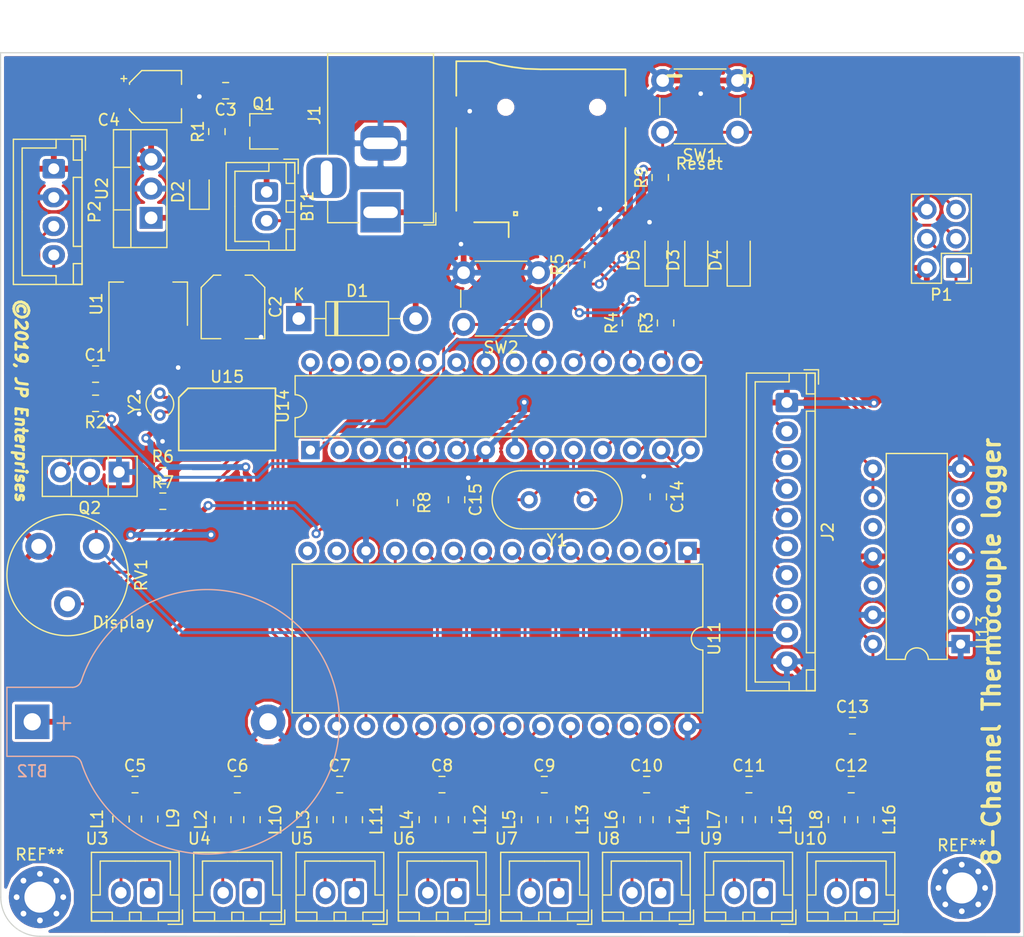
<source format=kicad_pcb>
(kicad_pcb (version 20171130) (host pcbnew "(5.0.2-4-gb601aea34)")
  (title_block (title "8-Channel Thermocouple datalogger") (date 2017-07-29) (rev ca9ed02408) (company "JP Enterprises"))
  (layers (0 F.Cu signal) (31 B.Cu signal) (34 B.Paste user) (35 F.Paste user) (36 B.SilkS user) (37 F.SilkS user) (38 B.Mask user) (39 F.Mask user) (44 Edge.Cuts user))
  (net 0 "")
  (net 1 GND)
  (net 2 "Net-(BT2-Pad1)")
  (net 3 5V0)
  (net 4 3V3)
  (net 5 9V0)
  (net 6 "/Thermocouple connectors/SB1")
  (net 7 "/Thermocouple connectors/SA1")
  (net 8 "/Thermocouple connectors/SA2")
  (net 9 "/Thermocouple connectors/SB2")
  (net 10 "/Thermocouple connectors/SB3")
  (net 11 "/Thermocouple connectors/SA3")
  (net 12 "/Thermocouple connectors/SA4")
  (net 13 "/Thermocouple connectors/SB4")
  (net 14 "/Thermocouple connectors/SB5")
  (net 15 "/Thermocouple connectors/SA5")
  (net 16 "/Thermocouple connectors/SA6")
  (net 17 "/Thermocouple connectors/SB6")
  (net 18 "/Thermocouple connectors/SB7")
  (net 19 "/Thermocouple connectors/SA7")
  (net 20 "/Thermocouple connectors/SA8")
  (net 21 "/Thermocouple connectors/SB8")
  (net 22 DB_MUX)
  (net 23 "Net-(C14-Pad2)")
  (net 24 "Net-(C15-Pad2)")
  (net 25 "Net-(D2-Pad2)")
  (net 26 "Net-(D3-Pad1)")
  (net 27 "Net-(D4-Pad1)")
  (net 28 "Net-(D5-Pad1)")
  (net 29 "Net-(L1-Pad2)")
  (net 30 "Net-(L2-Pad2)")
  (net 31 "Net-(L3-Pad2)")
  (net 32 "Net-(L4-Pad2)")
  (net 33 "Net-(L5-Pad2)")
  (net 34 "Net-(L6-Pad2)")
  (net 35 "Net-(L7-Pad2)")
  (net 36 "Net-(L8-Pad2)")
  (net 37 "Net-(L9-Pad1)")
  (net 38 "Net-(L10-Pad1)")
  (net 39 "Net-(L11-Pad1)")
  (net 40 "Net-(L12-Pad1)")
  (net 41 "Net-(L13-Pad1)")
  (net 42 "Net-(L14-Pad1)")
  (net 43 "Net-(L15-Pad1)")
  (net 44 "Net-(L16-Pad1)")
  (net 45 RESET)
  (net 46 MOSI)
  (net 47 SCK)
  (net 48 MISO)
  (net 49 SCL)
  (net 50 SDA)
  (net 51 "Net-(Q2-Pad3)")
  (net 52 B_LIGHT)
  (net 53 SS)
  (net 54 SLCT0)
  (net 55 SLCT1)
  (net 56 SLCT2)
  (net 57 TEMP)
  (net 58 "Net-(U13-Pad6)")
  (net 59 "Net-(U13-Pad12)")
  (net 60 "Net-(U13-Pad5)")
  (net 61 "Net-(U13-Pad10)")
  (net 62 "Net-(U13-Pad3)")
  (net 63 "Net-(U13-Pad2)")
  (net 64 "Net-(U14-Pad2)")
  (net 65 "Net-(U14-Pad3)")
  (net 66 "Net-(U14-Pad21)")
  (net 67 "Net-(U15-Pad7)")
  (net 68 "Net-(XS1-Pad1)")
  (net 69 "Net-(XS1-Pad8)")
  (net 70 "Net-(XS1-Pad9)")
  (net 71 "Net-(U15-Pad2)")
  (net 72 "Net-(U15-Pad1)")
  (net 73 SUPPLY)
  (net 74 RS)
  (net 75 EN)
  (net 76 DB4)
  (net 77 DB5)
  (net 78 DB6)
  (net 79 DB7)
  (net 80 "Net-(BT1-Pad2)")
  (net 81 SELCT)
  (net 82 "Net-(J2-Pad8)")
  (net 83 "Net-(J2-Pad9)")
  (module Connector_JST:JST_XH_B10B-XH-A_1x10_P2.50mm_Vertical (layer F.Cu) (at 162.3 102.8 270)
    (fp_text reference J2 (at 11.25 -3.55 270) (layer F.SilkS))
    (fp_text value Conn_01x12_Male)
    (pad 1 thru_hole roundrect (at 0 0 270) (size 1.7 1.95) (drill 0.95) (layers *.Cu *.Mask) (roundrect_rratio 0.147059) (net 3 5V0))
    (pad 2 thru_hole oval (at 2.5 0 270) (size 1.7 1.95) (drill 0.95) (layers *.Cu *.Mask) (net 74 RS))
    (pad 3 thru_hole oval (at 5 0 270) (size 1.7 1.95) (drill 0.95) (layers *.Cu *.Mask) (net 75 EN))
    (pad 4 thru_hole oval (at 7.5 0 270) (size 1.7 1.95) (drill 0.95) (layers *.Cu *.Mask) (net 76 DB4))
    (pad 5 thru_hole oval (at 10 0 270) (size 1.7 1.95) (drill 0.95) (layers *.Cu *.Mask) (net 77 DB5))
    (pad 6 thru_hole oval (at 12.5 0 270) (size 1.7 1.95) (drill 0.95) (layers *.Cu *.Mask) (net 78 DB6))
    (pad 7 thru_hole oval (at 15 0 270) (size 1.7 1.95) (drill 0.95) (layers *.Cu *.Mask) (net 79 DB7))
    (pad 8 thru_hole oval (at 17.5 0 270) (size 1.7 1.95) (drill 0.95) (layers *.Cu *.Mask) (net 82 "Net-(J2-Pad8)"))
    (pad 9 thru_hole oval (at 20 0 270) (size 1.7 1.95) (drill 0.95) (layers *.Cu *.Mask) (net 83 "Net-(J2-Pad9)"))
    (pad 10 thru_hole oval (at 22.5 0 270) (size 1.7 1.95) (drill 0.95) (layers *.Cu *.Mask) (net 1 GND))
  )
  (module Battery:BatteryHolder_Keystone_103_1x20mm (layer B.Cu) (at 96.731 130.556)
    (fp_text reference BT2 (at 0 4.3) (layer B.SilkS) (effects (justify mirror)))
    (fp_text value Battery)
    (fp_text user + (at 2.75 0) (layer B.SilkS) (effects (font (size 1.5 1.5)) (justify mirror)))
    (pad 2 thru_hole circle (at 20.49 0) (size 3 3) (drill 1.5) (layers *.Cu *.Mask) (net 1 GND))
    (pad 1 thru_hole rect (at 0 0) (size 3 3) (drill 1.5) (layers *.Cu *.Mask) (net 2 "Net-(BT2-Pad1)"))
  )
  (module Connector_BarrelJack:BarrelJack_Horizontal (layer F.Cu) (at 127 86.264 270)
    (fp_text reference J1 (at -8.45 5.75 270) (layer F.SilkS))
    (fp_text value Barrel_Jack)
    (pad 1 thru_hole rect (at 0 0 270) (size 3.5 3.5) (drill oval 1 3) (layers *.Cu *.Mask) (net 73 SUPPLY))
    (pad 2 thru_hole roundrect (at -6 0 270) (size 3 3.5) (drill oval 1 3) (layers *.Cu *.Mask) (net 1 GND))
    (pad 3 thru_hole roundrect (at -3 4.7 270) (size 3.5 3.5) (drill oval 3 1) (layers *.Cu *.Mask) (net 80 "Net-(BT1-Pad2)"))
  )
  (module Potentiometer_THT:Potentiometer_Piher_PT-10-V05_Vertical (layer F.Cu) (at 97.3 115.3 270)
    (fp_text reference RV1 (at 2.5 -8.9 270) (layer F.SilkS))
    (fp_text value 5k)
    (pad 3 thru_hole circle (at 0 -5 270) (size 2.34 2.34) (drill 1.3) (layers *.Cu *.Mask) (net 83 "Net-(J2-Pad9)"))
    (pad 2 thru_hole circle (at 5 -2.5 270) (size 2.34 2.34) (drill 1.3) (layers *.Cu *.Mask) (net 82 "Net-(J2-Pad8)"))
    (pad 1 thru_hole circle (at 0 0 270) (size 2.34 2.34) (drill 1.3) (layers *.Cu *.Mask) (net 3 5V0))
  )
  (module Connector_JST:JST_XH_B02B-XH-A_1x02_P2.50mm_Vertical (layer F.Cu) (at 115.824 145.415 180)
    (fp_text reference U4 (at 4.572 4.699 180) (layer F.SilkS))
    (fp_text value TC_Connector)
    (pad 2 thru_hole oval (at 2.5 0 180) (size 1.7 2) (drill 1) (layers *.Cu *.Mask) (net 30 "Net-(L2-Pad2)"))
    (pad 1 thru_hole roundrect (at 0 0 180) (size 1.7 2) (drill 1) (layers *.Cu *.Mask) (roundrect_rratio 0.147059) (net 38 "Net-(L10-Pad1)"))
  )
  (module Connector_JST:JST_XH_B02B-XH-A_1x02_P2.50mm_Vertical (layer F.Cu) (at 124.714 145.415 180)
    (fp_text reference U5 (at 4.572 4.699 180) (layer F.SilkS))
    (fp_text value TC_Connector)
    (pad 2 thru_hole oval (at 2.5 0 180) (size 1.7 2) (drill 1) (layers *.Cu *.Mask) (net 31 "Net-(L3-Pad2)"))
    (pad 1 thru_hole roundrect (at 0 0 180) (size 1.7 2) (drill 1) (layers *.Cu *.Mask) (roundrect_rratio 0.147059) (net 39 "Net-(L11-Pad1)"))
  )
  (module Connector_JST:JST_XH_B02B-XH-A_1x02_P2.50mm_Vertical (layer F.Cu) (at 133.604 145.415 180)
    (fp_text reference U6 (at 4.572 4.699 180) (layer F.SilkS))
    (fp_text value TC_Connector)
    (pad 2 thru_hole oval (at 2.5 0 180) (size 1.7 2) (drill 1) (layers *.Cu *.Mask) (net 32 "Net-(L4-Pad2)"))
    (pad 1 thru_hole roundrect (at 0 0 180) (size 1.7 2) (drill 1) (layers *.Cu *.Mask) (roundrect_rratio 0.147059) (net 40 "Net-(L12-Pad1)"))
  )
  (module Connector_JST:JST_XH_B02B-XH-A_1x02_P2.50mm_Vertical (layer F.Cu) (at 142.494 145.415 180)
    (fp_text reference U7 (at 4.572 4.699 180) (layer F.SilkS))
    (fp_text value TC_Connector)
    (pad 2 thru_hole oval (at 2.5 0 180) (size 1.7 2) (drill 1) (layers *.Cu *.Mask) (net 33 "Net-(L5-Pad2)"))
    (pad 1 thru_hole roundrect (at 0 0 180) (size 1.7 2) (drill 1) (layers *.Cu *.Mask) (roundrect_rratio 0.147059) (net 41 "Net-(L13-Pad1)"))
  )
  (module Connector_JST:JST_XH_B02B-XH-A_1x02_P2.50mm_Vertical (layer F.Cu) (at 151.344 145.415 180)
    (fp_text reference U8 (at 4.532 4.699 180) (layer F.SilkS))
    (fp_text value TC_Connector)
    (pad 2 thru_hole oval (at 2.5 0 180) (size 1.7 2) (drill 1) (layers *.Cu *.Mask) (net 34 "Net-(L6-Pad2)"))
    (pad 1 thru_hole roundrect (at 0 0 180) (size 1.7 2) (drill 1) (layers *.Cu *.Mask) (roundrect_rratio 0.147059) (net 42 "Net-(L14-Pad1)"))
  )
  (module Connector_JST:JST_XH_B02B-XH-A_1x02_P2.50mm_Vertical (layer F.Cu) (at 160.234 145.415 180)
    (fp_text reference U9 (at 4.532 4.699 180) (layer F.SilkS))
    (fp_text value TC_Connector)
    (pad 2 thru_hole oval (at 2.5 0 180) (size 1.7 2) (drill 1) (layers *.Cu *.Mask) (net 35 "Net-(L7-Pad2)"))
    (pad 1 thru_hole roundrect (at 0 0 180) (size 1.7 2) (drill 1) (layers *.Cu *.Mask) (roundrect_rratio 0.147059) (net 43 "Net-(L15-Pad1)"))
  )
  (module Connector_JST:JST_XH_B02B-XH-A_1x02_P2.50mm_Vertical (layer F.Cu) (at 169.124 145.415 180)
    (fp_text reference U10 (at 4.786 4.699 180) (layer F.SilkS))
    (fp_text value TC_Connector)
    (pad 2 thru_hole oval (at 2.5 0 180) (size 1.7 2) (drill 1) (layers *.Cu *.Mask) (net 36 "Net-(L8-Pad2)"))
    (pad 1 thru_hole roundrect (at 0 0 180) (size 1.7 2) (drill 1) (layers *.Cu *.Mask) (roundrect_rratio 0.147059) (net 44 "Net-(L16-Pad1)"))
  )
  (module Crystal:Crystal_DS26_D2.0mm_L6.0mm_Vertical (layer F.Cu) (at 107.823 103.886 90)
    (fp_text reference Y2 (at 0.95 -2.2 90) (layer F.SilkS))
    (fp_text value 32.768kHz)
    (pad 1 thru_hole circle (at 0 0 90) (size 1 1) (drill 0.5) (layers *.Cu *.Mask) (net 71 "Net-(U15-Pad2)"))
    (pad 2 thru_hole circle (at 1.9 0 90) (size 1 1) (drill 0.5) (layers *.Cu *.Mask) (net 72 "Net-(U15-Pad1)"))
  )
  (module Connector_JST:JST_XH_B02B-XH-A_1x02_P2.50mm_Vertical (layer F.Cu) (at 106.934 145.415 180)
    (fp_text reference U3 (at 4.572 4.699 180) (layer F.SilkS))
    (fp_text value TC_Connector)
    (pad 2 thru_hole oval (at 2.5 0 180) (size 1.7 2) (drill 1) (layers *.Cu *.Mask) (net 29 "Net-(L1-Pad2)"))
    (pad 1 thru_hole roundrect (at 0 0 180) (size 1.7 2) (drill 1) (layers *.Cu *.Mask) (roundrect_rratio 0.147059) (net 37 "Net-(L9-Pad1)"))
  )
  (module JP_ICs:DS1307 (layer F.Cu) (at 110.998 102.362 180)
    (fp_text reference U15 (at -2.667 1.8) (layer F.SilkS))
    (fp_text value DS1307+)
    (pad 4 smd rect (at -0.067 -3.81 270) (size 0.6 2.2) (layers F.Cu F.Paste F.Mask) (net 1 GND))
    (pad 5 smd rect (at -5.267 -3.81 270) (size 0.6 2.2) (layers F.Cu F.Paste F.Mask) (net 50 SDA))
    (pad 3 smd rect (at -0.067 -2.54 270) (size 0.6 2.2) (layers F.Cu F.Paste F.Mask) (net 2 "Net-(BT2-Pad1)"))
    (pad 6 smd rect (at -5.267 -2.54 270) (size 0.6 2.2) (layers F.Cu F.Paste F.Mask) (net 49 SCL))
    (pad 2 smd rect (at -0.067 -1.27 270) (size 0.6 2.2) (layers F.Cu F.Paste F.Mask) (net 71 "Net-(U15-Pad2)"))
    (pad 7 smd rect (at -5.267 -1.27 270) (size 0.6 2.2) (layers F.Cu F.Paste F.Mask) (net 67 "Net-(U15-Pad7)"))
    (pad 1 smd rect (at -0.067 0 270) (size 0.6 2.2) (layers F.Cu F.Paste F.Mask) (net 72 "Net-(U15-Pad1)"))
    (pad 8 smd rect (at -5.267 0 270) (size 0.6 2.2) (layers F.Cu F.Paste F.Mask) (net 3 5V0))
  )
  (module Capacitor_SMD:C_Elec_5x5.4 (layer F.Cu) (at 114.173 94.488 270)
    (fp_text reference C2 (at 0 -3.7 270) (layer F.SilkS))
    (fp_text value 47uF)
    (pad 1 smd roundrect (at -2.0625 0 270) (size 2.775 1.6) (layers F.Cu F.Paste F.Mask) (roundrect_rratio 0.15625) (net 4 3V3))
    (pad 2 smd roundrect (at 2.0625 0 270) (size 2.775 1.6) (layers F.Cu F.Paste F.Mask) (roundrect_rratio 0.15625) (net 1 GND))
  )
  (module Connector_JST:JST_XH_B02B-XH-A_1x02_P2.50mm_Vertical (layer F.Cu) (at 117.094 84.495 270)
    (fp_text reference BT1 (at 1.25 -3.55 270) (layer F.SilkS))
    (fp_text value 9V)
    (pad 1 thru_hole roundrect (at 0 0 270) (size 1.7 2) (drill 1) (layers *.Cu *.Mask) (roundrect_rratio 0.147059) (net 73 SUPPLY))
    (pad 2 thru_hole oval (at 2.5 0 270) (size 1.7 2) (drill 1) (layers *.Cu *.Mask) (net 80 "Net-(BT1-Pad2)"))
  )
  (module JP_Connectors:Conn_uSDcard (layer F.Cu) (at 140.927 77.13 180)
    (fp_text reference XS1)
    (fp_text value SD_ebay-uSD-push/push_SMD)
    (pad 3 smd rect (at 0 -10.5 180) (size 0.7 1.6) (layers F.Cu F.Paste F.Mask) (net 26 "Net-(D3-Pad1)"))
    (pad "" np_thru_hole circle (at -4.93 0 180) (size 1 1) (drill 1) (layers *.Cu))
    (pad "" np_thru_hole circle (at 3.05 0 180) (size 1 1) (drill 1) (layers *.Cu))
    (pad 2 smd rect (at 1.1 -10.5 180) (size 0.7 1.6) (layers F.Cu F.Paste F.Mask) (net 27 "Net-(D4-Pad1)"))
    (pad 1 smd rect (at 2.2 -10.5 180) (size 0.7 1.6) (layers F.Cu F.Paste F.Mask) (net 68 "Net-(XS1-Pad1)"))
    (pad 4 smd rect (at -1.1 -10.5 180) (size 0.7 1.6) (layers F.Cu F.Paste F.Mask) (net 4 3V3))
    (pad 5 smd rect (at -2.2 -10.5 180) (size 0.7 1.6) (layers F.Cu F.Paste F.Mask) (net 28 "Net-(D5-Pad1)"))
    (pad 6 smd rect (at -3.3 -10.5 180) (size 0.7 1.6) (layers F.Cu F.Paste F.Mask) (net 1 GND))
    (pad 8 smd rect (at -5.5 -10.5 180) (size 0.7 1.6) (layers F.Cu F.Paste F.Mask) (net 69 "Net-(XS1-Pad8)"))
    (pad 7 smd rect (at -4.4 -10.5 180) (size 0.7 1.6) (layers F.Cu F.Paste F.Mask) (net 48 MISO))
    (pad 9 smd rect (at -6.6 -10.5 180) (size 0.7 1.6) (layers F.Cu F.Paste F.Mask) (net 70 "Net-(XS1-Pad9)"))
    (pad 6 smd rect (at -7.75 -10 180) (size 1.2 1.4) (layers F.Cu F.Paste F.Mask) (net 1 GND))
    (pad 6 smd rect (at 6.85 -10 180) (size 1.6 1.4) (layers F.Cu F.Paste F.Mask) (net 1 GND))
    (pad 6 smd rect (at -7.75 -0.4 180) (size 1.2 2.2) (layers F.Cu F.Paste F.Mask) (net 1 GND))
    (pad 6 smd rect (at 7.75 -0.4 180) (size 1.2 2.2) (layers F.Cu F.Paste F.Mask) (net 1 GND))
  )
  (module Package_TO_SOT_THT:TO-126-3_Vertical (layer F.Cu) (at 104.267 108.839 180)
    (fp_text reference Q2 (at 2.54 -3.12 180) (layer F.SilkS))
    (fp_text value BD139)
    (pad 3 thru_hole oval (at 5.08 0 180) (size 1.8 1.8) (drill 1) (layers *.Cu *.Mask) (net 51 "Net-(Q2-Pad3)"))
    (pad 2 thru_hole oval (at 2.54 0 180) (size 1.8 1.8) (drill 1) (layers *.Cu *.Mask) (net 83 "Net-(J2-Pad9)"))
    (pad 1 thru_hole rect (at 0 0 180) (size 1.8 1.8) (drill 1) (layers *.Cu *.Mask) (net 1 GND))
  )
  (module Package_DIP:DIP-14_W7.62mm (layer F.Cu) (at 177.4 123.8 180)
    (fp_text reference U13 (at -1.905 1.016 270) (layer F.SilkS))
    (fp_text value AD595)
    (pad 14 thru_hole oval (at 7.62 0 180) (size 1.6 1.6) (drill 0.8) (layers *.Cu *.Mask) (net 22 DB_MUX))
    (pad 7 thru_hole oval (at 0 15.24 180) (size 1.6 1.6) (drill 0.8) (layers *.Cu *.Mask) (net 1 GND))
    (pad 13 thru_hole oval (at 7.62 2.54 180) (size 1.6 1.6) (drill 0.8) (layers *.Cu *.Mask) (net 1 GND))
    (pad 6 thru_hole oval (at 0 12.7 180) (size 1.6 1.6) (drill 0.8) (layers *.Cu *.Mask) (net 58 "Net-(U13-Pad6)"))
    (pad 12 thru_hole oval (at 7.62 5.08 180) (size 1.6 1.6) (drill 0.8) (layers *.Cu *.Mask) (net 59 "Net-(U13-Pad12)"))
    (pad 5 thru_hole oval (at 0 10.16 180) (size 1.6 1.6) (drill 0.8) (layers *.Cu *.Mask) (net 60 "Net-(U13-Pad5)"))
    (pad 11 thru_hole oval (at 7.62 7.62 180) (size 1.6 1.6) (drill 0.8) (layers *.Cu *.Mask) (net 3 5V0))
    (pad 4 thru_hole oval (at 0 7.62 180) (size 1.6 1.6) (drill 0.8) (layers *.Cu *.Mask) (net 1 GND))
    (pad 10 thru_hole oval (at 7.62 10.16 180) (size 1.6 1.6) (drill 0.8) (layers *.Cu *.Mask) (net 61 "Net-(U13-Pad10)"))
    (pad 3 thru_hole oval (at 0 5.08 180) (size 1.6 1.6) (drill 0.8) (layers *.Cu *.Mask) (net 62 "Net-(U13-Pad3)"))
    (pad 9 thru_hole oval (at 7.62 12.7 180) (size 1.6 1.6) (drill 0.8) (layers *.Cu *.Mask) (net 57 TEMP))
    (pad 2 thru_hole oval (at 0 2.54 180) (size 1.6 1.6) (drill 0.8) (layers *.Cu *.Mask) (net 63 "Net-(U13-Pad2)"))
    (pad 8 thru_hole oval (at 7.62 15.24 180) (size 1.6 1.6) (drill 0.8) (layers *.Cu *.Mask) (net 57 TEMP))
    (pad 1 thru_hole rect (at 0 0 180) (size 1.6 1.6) (drill 0.8) (layers *.Cu *.Mask) (net 1 GND))
  )
  (module Diode_THT:D_DO-41_SOD81_P10.16mm_Horizontal (layer F.Cu) (at 119.888 95.504)
    (fp_text reference D1 (at 5.08 -2.41) (layer F.SilkS))
    (fp_text value 1N4007)
    (fp_text user K (at 0 -2.1) (layer F.SilkS))
    (pad 2 thru_hole oval (at 10.16 0) (size 2.2 2.2) (drill 1.1) (layers *.Cu *.Mask) (net 73 SUPPLY))
    (pad 1 thru_hole rect (at 0 0) (size 2.2 2.2) (drill 1.1) (layers *.Cu *.Mask) (net 5 9V0))
  )
  (module Button_Switch_THT:SW_PUSH_6mm_H5mm (layer F.Cu) (at 140.716 96.012 180)
    (fp_text reference SW2 (at 3.25 -2 180) (layer F.SilkS))
    (fp_text value SW_Push)
    (pad 1 thru_hole circle (at 6.5 0 270) (size 2 2) (drill 1.1) (layers *.Cu *.Mask) (net 81 SELCT))
    (pad 2 thru_hole circle (at 6.5 4.5 270) (size 2 2) (drill 1.1) (layers *.Cu *.Mask) (net 1 GND))
    (pad 1 thru_hole circle (at 0 0 270) (size 2 2) (drill 1.1) (layers *.Cu *.Mask) (net 81 SELCT))
    (pad 2 thru_hole circle (at 0 4.5 270) (size 2 2) (drill 1.1) (layers *.Cu *.Mask) (net 1 GND))
  )
  (module Button_Switch_THT:SW_PUSH_6mm_H5mm (layer F.Cu) (at 158.011 79.303 180)
    (fp_text reference SW1 (at 3.25 -2 180) (layer F.SilkS))
    (fp_text value SW_Push)
    (pad 1 thru_hole circle (at 6.5 0 270) (size 2 2) (drill 1.1) (layers *.Cu *.Mask) (net 45 RESET))
    (pad 2 thru_hole circle (at 6.5 4.5 270) (size 2 2) (drill 1.1) (layers *.Cu *.Mask) (net 1 GND))
    (pad 1 thru_hole circle (at 0 0 270) (size 2 2) (drill 1.1) (layers *.Cu *.Mask) (net 45 RESET))
    (pad 2 thru_hole circle (at 0 4.5 270) (size 2 2) (drill 1.1) (layers *.Cu *.Mask) (net 1 GND))
  )
  (module Connector_PinHeader_2.54mm:PinHeader_2x03_P2.54mm_Vertical (layer F.Cu) (at 177 91.1 180)
    (fp_text reference P1 (at 1.27 -2.33 180) (layer F.SilkS))
    (fp_text value CONN_02X03)
    (pad 6 thru_hole oval (at 2.54 5.08 180) (size 1.7 1.7) (drill 1) (layers *.Cu *.Mask) (net 1 GND))
    (pad 5 thru_hole oval (at 0 5.08 180) (size 1.7 1.7) (drill 1) (layers *.Cu *.Mask) (net 45 RESET))
    (pad 4 thru_hole oval (at 2.54 2.54 180) (size 1.7 1.7) (drill 1) (layers *.Cu *.Mask) (net 46 MOSI))
    (pad 3 thru_hole oval (at 0 2.54 180) (size 1.7 1.7) (drill 1) (layers *.Cu *.Mask) (net 47 SCK))
    (pad 2 thru_hole oval (at 2.54 0 180) (size 1.7 1.7) (drill 1) (layers *.Cu *.Mask) (net 3 5V0))
    (pad 1 thru_hole rect (at 0 0 180) (size 1.7 1.7) (drill 1) (layers *.Cu *.Mask) (net 48 MISO))
  )
  (module Package_TO_SOT_SMD:SOT-223 (layer F.Cu) (at 106.807 94.234 90)
    (fp_text reference U1 (at 0 -4.5 90) (layer F.SilkS))
    (fp_text value LM3940)
    (pad 4 smd rect (at 3.15 0 90) (size 2 3.8) (layers F.Cu F.Paste F.Mask))
    (pad 2 smd rect (at -3.15 0 90) (size 2 1.5) (layers F.Cu F.Paste F.Mask) (net 1 GND))
    (pad 3 smd rect (at -3.15 2.3 90) (size 2 1.5) (layers F.Cu F.Paste F.Mask) (net 4 3V3))
    (pad 1 smd rect (at -3.15 -2.3 90) (size 2 1.5) (layers F.Cu F.Paste F.Mask) (net 3 5V0))
  )
  (module Package_TO_SOT_THT:TO-220-3_Vertical (layer F.Cu) (at 107.061 86.741 90)
    (fp_text reference U2 (at 2.54 -4.27 90) (layer F.SilkS))
    (fp_text value 7805)
    (pad 3 thru_hole oval (at 5.08 0 90) (size 1.905 2) (drill 1.1) (layers *.Cu *.Mask) (net 3 5V0))
    (pad 2 thru_hole oval (at 2.54 0 90) (size 1.905 2) (drill 1.1) (layers *.Cu *.Mask) (net 1 GND))
    (pad 1 thru_hole rect (at 0 0 90) (size 1.905 2) (drill 1.1) (layers *.Cu *.Mask) (net 5 9V0))
  )
  (module Package_TO_SOT_SMD:TSOT-23 (layer F.Cu) (at 116.586 79.248 180)
    (fp_text reference Q1 (at -0.254 2.413 180) (layer F.SilkS))
    (fp_text value BS250)
    (pad 3 smd rect (at 1.31 0 180) (size 1.22 0.65) (layers F.Cu F.Paste F.Mask) (net 5 9V0))
    (pad 2 smd rect (at -1.31 0.95 180) (size 1.22 0.65) (layers F.Cu F.Paste F.Mask) (net 25 "Net-(D2-Pad2)"))
    (pad 1 smd rect (at -1.31 -0.95 180) (size 1.22 0.65) (layers F.Cu F.Paste F.Mask) (net 73 SUPPLY))
  )
  (module Package_DIP:DIP-28_W7.62mm (layer F.Cu) (at 120.904 106.934 90)
    (fp_text reference U14 (at 3.81 -2.39 90) (layer F.SilkS))
    (fp_text value ATMEGA328P-PU)
    (pad 28 thru_hole oval (at 7.62 0 90) (size 1.6 1.6) (drill 0.8) (layers *.Cu *.Mask) (net 49 SCL))
    (pad 14 thru_hole oval (at 0 33.02 90) (size 1.6 1.6) (drill 0.8) (layers *.Cu *.Mask) (net 52 B_LIGHT))
    (pad 27 thru_hole oval (at 7.62 2.54 90) (size 1.6 1.6) (drill 0.8) (layers *.Cu *.Mask) (net 50 SDA))
    (pad 13 thru_hole oval (at 0 30.48 90) (size 1.6 1.6) (drill 0.8) (layers *.Cu *.Mask) (net 79 DB7))
    (pad 26 thru_hole oval (at 7.62 5.08 90) (size 1.6 1.6) (drill 0.8) (layers *.Cu *.Mask) (net 56 SLCT2))
    (pad 12 thru_hole oval (at 0 27.94 90) (size 1.6 1.6) (drill 0.8) (layers *.Cu *.Mask) (net 78 DB6))
    (pad 25 thru_hole oval (at 7.62 7.62 90) (size 1.6 1.6) (drill 0.8) (layers *.Cu *.Mask) (net 55 SLCT1))
    (pad 11 thru_hole oval (at 0 25.4 90) (size 1.6 1.6) (drill 0.8) (layers *.Cu *.Mask) (net 77 DB5))
    (pad 24 thru_hole oval (at 7.62 10.16 90) (size 1.6 1.6) (drill 0.8) (layers *.Cu *.Mask) (net 54 SLCT0))
    (pad 10 thru_hole oval (at 0 22.86 90) (size 1.6 1.6) (drill 0.8) (layers *.Cu *.Mask) (net 23 "Net-(C14-Pad2)"))
    (pad 23 thru_hole oval (at 7.62 12.7 90) (size 1.6 1.6) (drill 0.8) (layers *.Cu *.Mask) (net 57 TEMP))
    (pad 9 thru_hole oval (at 0 20.32 90) (size 1.6 1.6) (drill 0.8) (layers *.Cu *.Mask) (net 24 "Net-(C15-Pad2)"))
    (pad 22 thru_hole oval (at 7.62 15.24 90) (size 1.6 1.6) (drill 0.8) (layers *.Cu *.Mask) (net 1 GND))
    (pad 8 thru_hole oval (at 0 17.78 90) (size 1.6 1.6) (drill 0.8) (layers *.Cu *.Mask) (net 1 GND))
    (pad 21 thru_hole oval (at 7.62 17.78 90) (size 1.6 1.6) (drill 0.8) (layers *.Cu *.Mask) (net 66 "Net-(U14-Pad21)"))
    (pad 7 thru_hole oval (at 0 15.24 90) (size 1.6 1.6) (drill 0.8) (layers *.Cu *.Mask) (net 3 5V0))
    (pad 20 thru_hole oval (at 7.62 20.32 90) (size 1.6 1.6) (drill 0.8) (layers *.Cu *.Mask) (net 3 5V0))
    (pad 6 thru_hole oval (at 0 12.7 90) (size 1.6 1.6) (drill 0.8) (layers *.Cu *.Mask) (net 76 DB4))
    (pad 19 thru_hole oval (at 7.62 22.86 90) (size 1.6 1.6) (drill 0.8) (layers *.Cu *.Mask) (net 47 SCK))
    (pad 5 thru_hole oval (at 0 10.16 90) (size 1.6 1.6) (drill 0.8) (layers *.Cu *.Mask) (net 75 EN))
    (pad 18 thru_hole oval (at 7.62 25.4 90) (size 1.6 1.6) (drill 0.8) (layers *.Cu *.Mask) (net 48 MISO))
    (pad 4 thru_hole oval (at 0 7.62 90) (size 1.6 1.6) (drill 0.8) (layers *.Cu *.Mask) (net 81 SELCT))
    (pad 17 thru_hole oval (at 7.62 27.94 90) (size 1.6 1.6) (drill 0.8) (layers *.Cu *.Mask) (net 46 MOSI))
    (pad 3 thru_hole oval (at 0 5.08 90) (size 1.6 1.6) (drill 0.8) (layers *.Cu *.Mask) (net 65 "Net-(U14-Pad3)"))
    (pad 16 thru_hole oval (at 7.62 30.48 90) (size 1.6 1.6) (drill 0.8) (layers *.Cu *.Mask) (net 53 SS))
    (pad 2 thru_hole oval (at 0 2.54 90) (size 1.6 1.6) (drill 0.8) (layers *.Cu *.Mask) (net 64 "Net-(U14-Pad2)"))
    (pad 15 thru_hole oval (at 7.62 33.02 90) (size 1.6 1.6) (drill 0.8) (layers *.Cu *.Mask) (net 74 RS))
    (pad 1 thru_hole rect (at 0 0 90) (size 1.6 1.6) (drill 0.8) (layers *.Cu *.Mask) (net 45 RESET))
  )
  (module Package_DIP:DIP-28_W15.24mm (layer F.Cu) (at 153.67 115.697 270)
    (fp_text reference U11 (at 7.62 -2.33 270) (layer F.SilkS))
    (fp_text value ADG407)
    (pad 1 thru_hole rect (at 0 0 270) (size 1.6 1.6) (drill 0.8) (layers *.Cu *.Mask) (net 3 5V0))
    (pad 15 thru_hole oval (at 15.24 33.02 270) (size 1.6 1.6) (drill 0.8) (layers *.Cu *.Mask) (net 56 SLCT2))
    (pad 2 thru_hole oval (at 0 2.54 270) (size 1.6 1.6) (drill 0.8) (layers *.Cu *.Mask) (net 22 DB_MUX))
    (pad 16 thru_hole oval (at 15.24 30.48 270) (size 1.6 1.6) (drill 0.8) (layers *.Cu *.Mask) (net 55 SLCT1))
    (pad 3 thru_hole oval (at 0 5.08 270) (size 1.6 1.6) (drill 0.8) (layers *.Cu *.Mask))
    (pad 17 thru_hole oval (at 15.24 27.94 270) (size 1.6 1.6) (drill 0.8) (layers *.Cu *.Mask) (net 54 SLCT0))
    (pad 4 thru_hole oval (at 0 7.62 270) (size 1.6 1.6) (drill 0.8) (layers *.Cu *.Mask) (net 21 "/Thermocouple connectors/SB8"))
    (pad 18 thru_hole oval (at 15.24 25.4 270) (size 1.6 1.6) (drill 0.8) (layers *.Cu *.Mask) (net 3 5V0))
    (pad 5 thru_hole oval (at 0 10.16 270) (size 1.6 1.6) (drill 0.8) (layers *.Cu *.Mask) (net 18 "/Thermocouple connectors/SB7"))
    (pad 19 thru_hole oval (at 15.24 22.86 270) (size 1.6 1.6) (drill 0.8) (layers *.Cu *.Mask) (net 7 "/Thermocouple connectors/SA1"))
    (pad 6 thru_hole oval (at 0 12.7 270) (size 1.6 1.6) (drill 0.8) (layers *.Cu *.Mask) (net 17 "/Thermocouple connectors/SB6"))
    (pad 20 thru_hole oval (at 15.24 20.32 270) (size 1.6 1.6) (drill 0.8) (layers *.Cu *.Mask) (net 8 "/Thermocouple connectors/SA2"))
    (pad 7 thru_hole oval (at 0 15.24 270) (size 1.6 1.6) (drill 0.8) (layers *.Cu *.Mask) (net 14 "/Thermocouple connectors/SB5"))
    (pad 21 thru_hole oval (at 15.24 17.78 270) (size 1.6 1.6) (drill 0.8) (layers *.Cu *.Mask) (net 11 "/Thermocouple connectors/SA3"))
    (pad 8 thru_hole oval (at 0 17.78 270) (size 1.6 1.6) (drill 0.8) (layers *.Cu *.Mask) (net 13 "/Thermocouple connectors/SB4"))
    (pad 22 thru_hole oval (at 15.24 15.24 270) (size 1.6 1.6) (drill 0.8) (layers *.Cu *.Mask) (net 12 "/Thermocouple connectors/SA4"))
    (pad 9 thru_hole oval (at 0 20.32 270) (size 1.6 1.6) (drill 0.8) (layers *.Cu *.Mask) (net 10 "/Thermocouple connectors/SB3"))
    (pad 23 thru_hole oval (at 15.24 12.7 270) (size 1.6 1.6) (drill 0.8) (layers *.Cu *.Mask) (net 15 "/Thermocouple connectors/SA5"))
    (pad 10 thru_hole oval (at 0 22.86 270) (size 1.6 1.6) (drill 0.8) (layers *.Cu *.Mask) (net 9 "/Thermocouple connectors/SB2"))
    (pad 24 thru_hole oval (at 15.24 10.16 270) (size 1.6 1.6) (drill 0.8) (layers *.Cu *.Mask) (net 16 "/Thermocouple connectors/SA6"))
    (pad 11 thru_hole oval (at 0 25.4 270) (size 1.6 1.6) (drill 0.8) (layers *.Cu *.Mask) (net 6 "/Thermocouple connectors/SB1"))
    (pad 25 thru_hole oval (at 15.24 7.62 270) (size 1.6 1.6) (drill 0.8) (layers *.Cu *.Mask) (net 19 "/Thermocouple connectors/SA7"))
    (pad 12 thru_hole oval (at 0 27.94 270) (size 1.6 1.6) (drill 0.8) (layers *.Cu *.Mask) (net 1 GND))
    (pad 26 thru_hole oval (at 15.24 5.08 270) (size 1.6 1.6) (drill 0.8) (layers *.Cu *.Mask) (net 20 "/Thermocouple connectors/SA8"))
    (pad 13 thru_hole oval (at 0 30.48 270) (size 1.6 1.6) (drill 0.8) (layers *.Cu *.Mask))
    (pad 27 thru_hole oval (at 15.24 2.54 270) (size 1.6 1.6) (drill 0.8) (layers *.Cu *.Mask))
    (pad 14 thru_hole oval (at 0 33.02 270) (size 1.6 1.6) (drill 0.8) (layers *.Cu *.Mask))
    (pad 28 thru_hole oval (at 15.24 0 270) (size 1.6 1.6) (drill 0.8) (layers *.Cu *.Mask) (net 1 GND))
  )
  (module Crystal:Crystal_HC49-U_Vertical (layer F.Cu) (at 144.78 111.252 180)
    (fp_text reference Y1 (at 2.44 -3.525 180) (layer F.SilkS))
    (fp_text value 16MHz)
    (pad 2 thru_hole circle (at 4.88 0 180) (size 1.5 1.5) (drill 0.8) (layers *.Cu *.Mask) (net 24 "Net-(C15-Pad2)"))
    (pad 1 thru_hole circle (at 0 0 180) (size 1.5 1.5) (drill 0.8) (layers *.Cu *.Mask) (net 23 "Net-(C14-Pad2)"))
  )
  (module Diode_SMD:D_SOD-323 (layer F.Cu) (at 111.252 84.502 90)
    (fp_text reference D2 (at 0 -1.85 90) (layer F.SilkS))
    (fp_text value 9V)
    (pad 2 smd rect (at 1.05 0 90) (size 0.6 0.45) (layers F.Cu F.Paste F.Mask) (net 25 "Net-(D2-Pad2)"))
    (pad 1 smd rect (at -1.05 0 90) (size 0.6 0.45) (layers F.Cu F.Paste F.Mask) (net 5 9V0))
  )
  (module Diode_SMD:D_SOD-123 (layer F.Cu) (at 158.115 90.424 90)
    (fp_text reference D4 (at 0 -2 90) (layer F.SilkS))
    (fp_text value 3.3V)
    (pad 2 smd rect (at 1.65 0 90) (size 0.9 1.2) (layers F.Cu F.Paste F.Mask) (net 1 GND))
    (pad 1 smd rect (at -1.65 0 90) (size 0.9 1.2) (layers F.Cu F.Paste F.Mask) (net 27 "Net-(D4-Pad1)"))
  )
  (module Diode_SMD:D_SOD-123 (layer F.Cu) (at 154.432 90.424 90)
    (fp_text reference D3 (at 0 -2 90) (layer F.SilkS))
    (fp_text value 3.3V)
    (pad 2 smd rect (at 1.65 0 90) (size 0.9 1.2) (layers F.Cu F.Paste F.Mask) (net 1 GND))
    (pad 1 smd rect (at -1.65 0 90) (size 0.9 1.2) (layers F.Cu F.Paste F.Mask) (net 26 "Net-(D3-Pad1)"))
  )
  (module Diode_SMD:D_SOD-123 (layer F.Cu) (at 150.9776 90.424 90)
    (fp_text reference D5 (at 0 -2 90) (layer F.SilkS))
    (fp_text value 3.3V)
    (pad 2 smd rect (at 1.65 0 90) (size 0.9 1.2) (layers F.Cu F.Paste F.Mask) (net 1 GND))
    (pad 1 smd rect (at -1.65 0 90) (size 0.9 1.2) (layers F.Cu F.Paste F.Mask) (net 28 "Net-(D5-Pad1)"))
  )
  (module Resistor_SMD:R_0805_2012Metric (layer F.Cu) (at 108.077 111.379)
    (fp_text reference R7 (at 0 -1.65) (layer F.SilkS))
    (fp_text value 10K)
    (pad 2 smd roundrect (at 0.9375 0) (size 0.975 1.4) (layers F.Cu F.Paste F.Mask) (net 50 SDA))
    (pad 1 smd roundrect (at -0.9375 0) (size 0.975 1.4) (layers F.Cu F.Paste F.Mask) (net 3 5V0))
  )
  (module Resistor_SMD:R_0805_2012Metric (layer F.Cu) (at 108.077 109.1565)
    (fp_text reference R6 (at 0 -1.65) (layer F.SilkS))
    (fp_text value 10K)
    (pad 2 smd roundrect (at 0.9375 0) (size 0.975 1.4) (layers F.Cu F.Paste F.Mask) (net 49 SCL))
    (pad 1 smd roundrect (at -0.9375 0) (size 0.975 1.4) (layers F.Cu F.Paste F.Mask) (net 3 5V0))
  )
  (module Resistor_SMD:R_0805_2012Metric (layer F.Cu) (at 129.159 111.506 270)
    (fp_text reference R8 (at 0 -1.65 270) (layer F.SilkS))
    (fp_text value 10K)
    (pad 2 smd roundrect (at 0.9375 0 270) (size 0.975 1.4) (layers F.Cu F.Paste F.Mask) (net 3 5V0))
    (pad 1 smd roundrect (at -0.9375 0 270) (size 0.975 1.4) (layers F.Cu F.Paste F.Mask) (net 81 SELCT))
  )
  (module Resistor_SMD:R_0805_2012Metric (layer F.Cu) (at 112.776 79.248 90)
    (fp_text reference R1 (at 0 -1.65 90) (layer F.SilkS))
    (fp_text value 10K)
    (pad 2 smd roundrect (at 0.9375 0 90) (size 0.975 1.4) (layers F.Cu F.Paste F.Mask) (net 1 GND))
    (pad 1 smd roundrect (at -0.9375 0 90) (size 0.975 1.4) (layers F.Cu F.Paste F.Mask) (net 25 "Net-(D2-Pad2)"))
  )
  (module Resistor_SMD:R_0805_2012Metric (layer F.Cu) (at 148.717 95.885 90)
    (fp_text reference R4 (at 0 -1.65 90) (layer F.SilkS))
    (fp_text value 220R)
    (pad 2 smd roundrect (at 0.9375 0 90) (size 0.975 1.4) (layers F.Cu F.Paste F.Mask) (net 26 "Net-(D3-Pad1)"))
    (pad 1 smd roundrect (at -0.9375 0 90) (size 0.975 1.4) (layers F.Cu F.Paste F.Mask) (net 46 MOSI))
  )
  (module Resistor_SMD:R_0805_2012Metric (layer F.Cu) (at 144.018 90.805 90)
    (fp_text reference R5 (at 0 -1.65 90) (layer F.SilkS))
    (fp_text value 220R)
    (pad 2 smd roundrect (at 0.9375 0 90) (size 0.975 1.4) (layers F.Cu F.Paste F.Mask) (net 28 "Net-(D5-Pad1)"))
    (pad 1 smd roundrect (at -0.9375 0 90) (size 0.975 1.4) (layers F.Cu F.Paste F.Mask) (net 47 SCK))
  )
  (module Resistor_SMD:R_0805_2012Metric (layer F.Cu) (at 151.765 95.885 90)
    (fp_text reference R3 (at 0 -1.65 90) (layer F.SilkS))
    (fp_text value 220R)
    (pad 2 smd roundrect (at 0.9375 0 90) (size 0.975 1.4) (layers F.Cu F.Paste F.Mask) (net 27 "Net-(D4-Pad1)"))
    (pad 1 smd roundrect (at -0.9375 0 90) (size 0.975 1.4) (layers F.Cu F.Paste F.Mask) (net 53 SS))
  )
  (module Resistor_SMD:R_0805_2012Metric (layer F.Cu) (at 102.235 102.87 180)
    (fp_text reference R2 (at 0 -1.65 180) (layer F.SilkS))
    (fp_text value 10K)
    (pad 1 smd roundrect (at -0.9375 0 180) (size 0.975 1.4) (layers F.Cu F.Paste F.Mask) (net 52 B_LIGHT))
    (pad 2 smd roundrect (at 0.9375 0 180) (size 0.975 1.4) (layers F.Cu F.Paste F.Mask) (net 51 "Net-(Q2-Pad3)"))
  )
  (module Inductor_SMD:L_0805_2012Metric (layer F.Cu) (at 142.494 139.065 90)
    (fp_text reference L13 (at 0 2.032 90) (layer F.SilkS))
    (fp_text value 150)
    (pad 2 smd roundrect (at 0.9375 0 90) (size 0.975 1.4) (layers F.Cu F.Paste F.Mask) (net 14 "/Thermocouple connectors/SB5"))
    (pad 1 smd roundrect (at -0.9375 0 90) (size 0.975 1.4) (layers F.Cu F.Paste F.Mask) (net 41 "Net-(L13-Pad1)"))
  )
  (module Inductor_SMD:L_0805_2012Metric (layer F.Cu) (at 157.734 139.065 270)
    (fp_text reference L7 (at 0 1.778 270) (layer F.SilkS))
    (fp_text value 150)
    (pad 2 smd roundrect (at 0.9375 0 270) (size 0.975 1.4) (layers F.Cu F.Paste F.Mask) (net 35 "Net-(L7-Pad2)"))
    (pad 1 smd roundrect (at -0.9375 0 270) (size 0.975 1.4) (layers F.Cu F.Paste F.Mask) (net 19 "/Thermocouple connectors/SA7"))
  )
  (module Inductor_SMD:L_0805_2012Metric (layer F.Cu) (at 106.934 139.0142 90)
    (fp_text reference L9 (at 0.0762 2.032 90) (layer F.SilkS))
    (fp_text value 150)
    (pad 2 smd roundrect (at 0.9375 0 90) (size 0.975 1.4) (layers F.Cu F.Paste F.Mask) (net 6 "/Thermocouple connectors/SB1"))
    (pad 1 smd roundrect (at -0.9375 0 90) (size 0.975 1.4) (layers F.Cu F.Paste F.Mask) (net 37 "Net-(L9-Pad1)"))
  )
  (module Inductor_SMD:L_0805_2012Metric (layer F.Cu) (at 104.4448 139.0142 270)
    (fp_text reference L1 (at 0 2.0828 270) (layer F.SilkS))
    (fp_text value 150)
    (pad 2 smd roundrect (at 0.9375 0 270) (size 0.975 1.4) (layers F.Cu F.Paste F.Mask) (net 29 "Net-(L1-Pad2)"))
    (pad 1 smd roundrect (at -0.9375 0 270) (size 0.975 1.4) (layers F.Cu F.Paste F.Mask) (net 7 "/Thermocouple connectors/SA1"))
  )
  (module Inductor_SMD:L_0805_2012Metric (layer F.Cu) (at 113.284 139.065 270)
    (fp_text reference L2 (at 0 1.905 270) (layer F.SilkS))
    (fp_text value 150)
    (pad 2 smd roundrect (at 0.9375 0 270) (size 0.975 1.4) (layers F.Cu F.Paste F.Mask) (net 30 "Net-(L2-Pad2)"))
    (pad 1 smd roundrect (at -0.9375 0 270) (size 0.975 1.4) (layers F.Cu F.Paste F.Mask) (net 8 "/Thermocouple connectors/SA2"))
  )
  (module Inductor_SMD:L_0805_2012Metric (layer F.Cu) (at 122.174 139.065 270)
    (fp_text reference L3 (at 0 1.905 270) (layer F.SilkS))
    (fp_text value 150)
    (pad 2 smd roundrect (at 0.9375 0 270) (size 0.975 1.4) (layers F.Cu F.Paste F.Mask) (net 31 "Net-(L3-Pad2)"))
    (pad 1 smd roundrect (at -0.9375 0 270) (size 0.975 1.4) (layers F.Cu F.Paste F.Mask) (net 11 "/Thermocouple connectors/SA3"))
  )
  (module Inductor_SMD:L_0805_2012Metric (layer F.Cu) (at 131.064 139.065 270)
    (fp_text reference L4 (at 0 1.778 270) (layer F.SilkS))
    (fp_text value 150)
    (pad 2 smd roundrect (at 0.9375 0 270) (size 0.975 1.4) (layers F.Cu F.Paste F.Mask) (net 32 "Net-(L4-Pad2)"))
    (pad 1 smd roundrect (at -0.9375 0 270) (size 0.975 1.4) (layers F.Cu F.Paste F.Mask) (net 12 "/Thermocouple connectors/SA4"))
  )
  (module Inductor_SMD:L_0805_2012Metric (layer F.Cu) (at 139.954 139.065 270)
    (fp_text reference L5 (at 0 1.778 270) (layer F.SilkS))
    (fp_text value 150)
    (pad 2 smd roundrect (at 0.9375 0 270) (size 0.975 1.4) (layers F.Cu F.Paste F.Mask) (net 33 "Net-(L5-Pad2)"))
    (pad 1 smd roundrect (at -0.9375 0 270) (size 0.975 1.4) (layers F.Cu F.Paste F.Mask) (net 15 "/Thermocouple connectors/SA5"))
  )
  (module Inductor_SMD:L_0805_2012Metric (layer F.Cu) (at 148.844 139.065 270)
    (fp_text reference L6 (at 0 1.778 270) (layer F.SilkS))
    (fp_text value 150)
    (pad 2 smd roundrect (at 0.9375 0 270) (size 0.975 1.4) (layers F.Cu F.Paste F.Mask) (net 34 "Net-(L6-Pad2)"))
    (pad 1 smd roundrect (at -0.9375 0 270) (size 0.975 1.4) (layers F.Cu F.Paste F.Mask) (net 16 "/Thermocouple connectors/SA6"))
  )
  (module Inductor_SMD:L_0805_2012Metric (layer F.Cu) (at 166.624 139.065 270)
    (fp_text reference L8 (at 0 1.778 270) (layer F.SilkS))
    (fp_text value 150)
    (pad 2 smd roundrect (at 0.9375 0 270) (size 0.975 1.4) (layers F.Cu F.Paste F.Mask) (net 36 "Net-(L8-Pad2)"))
    (pad 1 smd roundrect (at -0.9375 0 270) (size 0.975 1.4) (layers F.Cu F.Paste F.Mask) (net 20 "/Thermocouple connectors/SA8"))
  )
  (module Inductor_SMD:L_0805_2012Metric (layer F.Cu) (at 115.824 139.065 90)
    (fp_text reference L10 (at 0 2.032 90) (layer F.SilkS))
    (fp_text value 150)
    (pad 2 smd roundrect (at 0.9375 0 90) (size 0.975 1.4) (layers F.Cu F.Paste F.Mask) (net 9 "/Thermocouple connectors/SB2"))
    (pad 1 smd roundrect (at -0.9375 0 90) (size 0.975 1.4) (layers F.Cu F.Paste F.Mask) (net 38 "Net-(L10-Pad1)"))
  )
  (module Inductor_SMD:L_0805_2012Metric (layer F.Cu) (at 124.714 139.065 90)
    (fp_text reference L11 (at 0 1.905 90) (layer F.SilkS))
    (fp_text value 150)
    (pad 2 smd roundrect (at 0.9375 0 90) (size 0.975 1.4) (layers F.Cu F.Paste F.Mask) (net 10 "/Thermocouple connectors/SB3"))
    (pad 1 smd roundrect (at -0.9375 0 90) (size 0.975 1.4) (layers F.Cu F.Paste F.Mask) (net 39 "Net-(L11-Pad1)"))
  )
  (module Inductor_SMD:L_0805_2012Metric (layer F.Cu) (at 133.604 139.065 90)
    (fp_text reference L12 (at 0 2.032 90) (layer F.SilkS))
    (fp_text value 150)
    (pad 2 smd roundrect (at 0.9375 0 90) (size 0.975 1.4) (layers F.Cu F.Paste F.Mask) (net 13 "/Thermocouple connectors/SB4"))
    (pad 1 smd roundrect (at -0.9375 0 90) (size 0.975 1.4) (layers F.Cu F.Paste F.Mask) (net 40 "Net-(L12-Pad1)"))
  )
  (module Inductor_SMD:L_0805_2012Metric (layer F.Cu) (at 151.384 139.065 90)
    (fp_text reference L14 (at 0 1.905 90) (layer F.SilkS))
    (fp_text value 150)
    (pad 2 smd roundrect (at 0.9375 0 90) (size 0.975 1.4) (layers F.Cu F.Paste F.Mask) (net 17 "/Thermocouple connectors/SB6"))
    (pad 1 smd roundrect (at -0.9375 0 90) (size 0.975 1.4) (layers F.Cu F.Paste F.Mask) (net 42 "Net-(L14-Pad1)"))
  )
  (module Inductor_SMD:L_0805_2012Metric (layer F.Cu) (at 160.274 139.065 90)
    (fp_text reference L15 (at 0 1.905 90) (layer F.SilkS))
    (fp_text value 150)
    (pad 2 smd roundrect (at 0.9375 0 90) (size 0.975 1.4) (layers F.Cu F.Paste F.Mask) (net 18 "/Thermocouple connectors/SB7"))
    (pad 1 smd roundrect (at -0.9375 0 90) (size 0.975 1.4) (layers F.Cu F.Paste F.Mask) (net 43 "Net-(L15-Pad1)"))
  )
  (module Inductor_SMD:L_0805_2012Metric (layer F.Cu) (at 169.164 139.065 90)
    (fp_text reference L16 (at 0 2.032 90) (layer F.SilkS))
    (fp_text value 150)
    (pad 2 smd roundrect (at 0.9375 0 90) (size 0.975 1.4) (layers F.Cu F.Paste F.Mask) (net 21 "/Thermocouple connectors/SB8"))
    (pad 1 smd roundrect (at -0.9375 0 90) (size 0.975 1.4) (layers F.Cu F.Paste F.Mask) (net 44 "Net-(L16-Pad1)"))
  )
  (module Capacitor_SMD:C_0805_2012Metric (layer F.Cu) (at 105.664 136.017)
    (fp_text reference C5 (at 0 -1.65) (layer F.SilkS))
    (fp_text value 10nF)
    (pad 2 smd roundrect (at 0.9375 0) (size 0.975 1.4) (layers F.Cu F.Paste F.Mask) (net 6 "/Thermocouple connectors/SB1"))
    (pad 1 smd roundrect (at -0.9375 0) (size 0.975 1.4) (layers F.Cu F.Paste F.Mask) (net 7 "/Thermocouple connectors/SA1"))
  )
  (module Capacitor_SMD:C_0805_2012Metric (layer F.Cu) (at 150.114 136.017)
    (fp_text reference C10 (at 0 -1.65) (layer F.SilkS))
    (fp_text value 10nF)
    (pad 2 smd roundrect (at 0.9375 0) (size 0.975 1.4) (layers F.Cu F.Paste F.Mask) (net 17 "/Thermocouple connectors/SB6"))
    (pad 1 smd roundrect (at -0.9375 0) (size 0.975 1.4) (layers F.Cu F.Paste F.Mask) (net 16 "/Thermocouple connectors/SA6"))
  )
  (module Capacitor_SMD:C_0805_2012Metric (layer F.Cu) (at 141.224 136.017)
    (fp_text reference C9 (at 0 -1.65) (layer F.SilkS))
    (fp_text value 10nF)
    (pad 2 smd roundrect (at 0.9375 0) (size 0.975 1.4) (layers F.Cu F.Paste F.Mask) (net 14 "/Thermocouple connectors/SB5"))
    (pad 1 smd roundrect (at -0.9375 0) (size 0.975 1.4) (layers F.Cu F.Paste F.Mask) (net 15 "/Thermocouple connectors/SA5"))
  )
  (module Capacitor_SMD:C_0805_2012Metric (layer F.Cu) (at 114.554 136.017)
    (fp_text reference C6 (at 0 -1.65) (layer F.SilkS))
    (fp_text value 10nF)
    (pad 2 smd roundrect (at 0.9375 0) (size 0.975 1.4) (layers F.Cu F.Paste F.Mask) (net 9 "/Thermocouple connectors/SB2"))
    (pad 1 smd roundrect (at -0.9375 0) (size 0.975 1.4) (layers F.Cu F.Paste F.Mask) (net 8 "/Thermocouple connectors/SA2"))
  )
  (module Capacitor_SMD:C_0805_2012Metric (layer F.Cu) (at 123.444 136.017)
    (fp_text reference C7 (at 0 -1.65) (layer F.SilkS))
    (fp_text value 10nF)
    (pad 2 smd roundrect (at 0.9375 0) (size 0.975 1.4) (layers F.Cu F.Paste F.Mask) (net 10 "/Thermocouple connectors/SB3"))
    (pad 1 smd roundrect (at -0.9375 0) (size 0.975 1.4) (layers F.Cu F.Paste F.Mask) (net 11 "/Thermocouple connectors/SA3"))
  )
  (module Capacitor_SMD:C_0805_2012Metric (layer F.Cu) (at 132.334 136.017)
    (fp_text reference C8 (at 0 -1.65) (layer F.SilkS))
    (fp_text value 10nF)
    (pad 2 smd roundrect (at 0.9375 0) (size 0.975 1.4) (layers F.Cu F.Paste F.Mask) (net 13 "/Thermocouple connectors/SB4"))
    (pad 1 smd roundrect (at -0.9375 0) (size 0.975 1.4) (layers F.Cu F.Paste F.Mask) (net 12 "/Thermocouple connectors/SA4"))
  )
  (module Capacitor_SMD:C_0805_2012Metric (layer F.Cu) (at 159.004 136.017)
    (fp_text reference C11 (at 0 -1.65) (layer F.SilkS))
    (fp_text value 10nF)
    (pad 2 smd roundrect (at 0.9375 0) (size 0.975 1.4) (layers F.Cu F.Paste F.Mask) (net 18 "/Thermocouple connectors/SB7"))
    (pad 1 smd roundrect (at -0.9375 0) (size 0.975 1.4) (layers F.Cu F.Paste F.Mask) (net 19 "/Thermocouple connectors/SA7"))
  )
  (module Capacitor_SMD:C_0805_2012Metric (layer F.Cu) (at 167.894 136.017)
    (fp_text reference C12 (at 0 -1.65) (layer F.SilkS))
    (fp_text value 10nF)
    (pad 2 smd roundrect (at 0.9375 0) (size 0.975 1.4) (layers F.Cu F.Paste F.Mask) (net 21 "/Thermocouple connectors/SB8"))
    (pad 1 smd roundrect (at -0.9375 0) (size 0.975 1.4) (layers F.Cu F.Paste F.Mask) (net 20 "/Thermocouple connectors/SA8"))
  )
  (module Capacitor_SMD:C_0805_2012Metric (layer F.Cu) (at 113.538 75.692 180)
    (fp_text reference C3 (at 0 -1.65 180) (layer F.SilkS))
    (fp_text value 1uF)
    (pad 2 smd roundrect (at 0.9375 0 180) (size 0.975 1.4) (layers F.Cu F.Paste F.Mask) (net 1 GND))
    (pad 1 smd roundrect (at -0.9375 0 180) (size 0.975 1.4) (layers F.Cu F.Paste F.Mask) (net 5 9V0))
  )
  (module Capacitor_SMD:C_0805_2012Metric (layer F.Cu) (at 133.604 111.252 270)
    (fp_text reference C15 (at 0 -1.65 270) (layer F.SilkS))
    (fp_text value 18pF)
    (pad 2 smd roundrect (at 0.9375 0 270) (size 0.975 1.4) (layers F.Cu F.Paste F.Mask) (net 24 "Net-(C15-Pad2)"))
    (pad 1 smd roundrect (at -0.9375 0 270) (size 0.975 1.4) (layers F.Cu F.Paste F.Mask) (net 1 GND))
  )
  (module Capacitor_SMD:C_0805_2012Metric (layer F.Cu) (at 168 130.9)
    (fp_text reference C13 (at 0 -1.65) (layer F.SilkS))
    (fp_text value 10nF)
    (pad 2 smd roundrect (at 0.9375 0) (size 0.975 1.4) (layers F.Cu F.Paste F.Mask) (net 22 DB_MUX))
    (pad 1 smd roundrect (at -0.9375 0) (size 0.975 1.4) (layers F.Cu F.Paste F.Mask) (net 1 GND))
  )
  (module Capacitor_SMD:C_0805_2012Metric (layer F.Cu) (at 102.235 100.33)
    (fp_text reference C1 (at 0 -1.65) (layer F.SilkS))
    (fp_text value 470nF)
    (pad 2 smd roundrect (at 0.9375 0) (size 0.975 1.4) (layers F.Cu F.Paste F.Mask) (net 1 GND))
    (pad 1 smd roundrect (at -0.9375 0) (size 0.975 1.4) (layers F.Cu F.Paste F.Mask) (net 3 5V0))
  )
  (module Capacitor_SMD:C_0805_2012Metric (layer F.Cu) (at 151.13 110.998 270)
    (fp_text reference C14 (at 0 -1.65 270) (layer F.SilkS))
    (fp_text value 18pF)
    (pad 2 smd roundrect (at 0.9375 0 270) (size 0.975 1.4) (layers F.Cu F.Paste F.Mask) (net 23 "Net-(C14-Pad2)"))
    (pad 1 smd roundrect (at -0.9375 0 270) (size 0.975 1.4) (layers F.Cu F.Paste F.Mask) (net 1 GND))
  )
  (module Connector_JST:JST_XH_B04B-XH-A_1x04_P2.50mm_Vertical (layer F.Cu) (at 98.6028 82.4738 270)
    (fp_text reference P2 (at 3.75 -3.55 270) (layer F.SilkS))
    (fp_text value Conn_01x04)
    (pad 4 thru_hole oval (at 7.5 0 270) (size 1.7 1.95) (drill 0.95) (layers *.Cu *.Mask) (net 49 SCL))
    (pad 3 thru_hole oval (at 5 0 270) (size 1.7 1.95) (drill 0.95) (layers *.Cu *.Mask) (net 50 SDA))
    (pad 2 thru_hole oval (at 2.5 0 270) (size 1.7 1.95) (drill 0.95) (layers *.Cu *.Mask) (net 1 GND))
    (pad 1 thru_hole roundrect (at 0 0 270) (size 1.7 1.95) (drill 0.95) (layers *.Cu *.Mask) (roundrect_rratio 0.147059) (net 3 5V0))
  )
  (module Capacitor_SMD:CP_Elec_4x5.4 (layer F.Cu) (at 107.442 76.2)
    (fp_text reference C4 (at -4.064 2.032) (layer F.SilkS))
    (fp_text value 10uF)
    (pad 2 smd roundrect (at 1.8 0) (size 2.6 1.6) (layers F.Cu F.Paste F.Mask) (roundrect_rratio 0.15625) (net 1 GND))
    (pad 1 smd roundrect (at -1.8 0) (size 2.6 1.6) (layers F.Cu F.Paste F.Mask) (roundrect_rratio 0.15625) (net 3 5V0))
  )
  (module Resistor_SMD:R_0805_2012Metric (layer F.Cu) (at 151.3 83.2375 90)
    (fp_text reference R9 (at 0 -1.65 90) (layer F.SilkS))
    (fp_text value 10K)
    (pad 2 smd roundrect (at 0.9375 0 90) (size 0.975 1.4) (layers F.Cu F.Paste F.Mask) (net 45 RESET))
    (pad 1 smd roundrect (at -0.9375 0 90) (size 0.975 1.4) (layers F.Cu F.Paste F.Mask) (net 3 5V0))
  )
  (module MountingHole:MountingHole_2.7mm_M2.5_Pad_Via (layer F.Cu) (at 97.4 145.8)
    (fp_text reference REF** (at 0 -3.7) (layer F.SilkS))
    (fp_text value MountingHole_2.7mm_M2.5_Pad_Via)
    (pad 1 thru_hole circle (at 1.431891 -1.431891) (size 0.8 0.8) (drill 0.5) (layers *.Cu *.Mask))
    (pad 1 thru_hole circle (at 0 -2.025) (size 0.8 0.8) (drill 0.5) (layers *.Cu *.Mask))
    (pad 1 thru_hole circle (at -1.431891 -1.431891) (size 0.8 0.8) (drill 0.5) (layers *.Cu *.Mask))
    (pad 1 thru_hole circle (at -2.025 0) (size 0.8 0.8) (drill 0.5) (layers *.Cu *.Mask))
    (pad 1 thru_hole circle (at -1.431891 1.431891) (size 0.8 0.8) (drill 0.5) (layers *.Cu *.Mask))
    (pad 1 thru_hole circle (at 0 2.025) (size 0.8 0.8) (drill 0.5) (layers *.Cu *.Mask))
    (pad 1 thru_hole circle (at 1.431891 1.431891) (size 0.8 0.8) (drill 0.5) (layers *.Cu *.Mask))
    (pad 1 thru_hole circle (at 2.025 0) (size 0.8 0.8) (drill 0.5) (layers *.Cu *.Mask))
    (pad 1 thru_hole circle (at 0 0) (size 5.4 5.4) (drill 2.7) (layers *.Cu *.Mask))
  )
  (module MountingHole:MountingHole_2.7mm_M2.5_Pad_Via (layer F.Cu) (at 177.5 145)
    (fp_text reference REF** (at 0 -3.7) (layer F.SilkS))
    (fp_text value MountingHole_2.7mm_M2.5_Pad_Via)
    (pad 1 thru_hole circle (at 1.431891 -1.431891) (size 0.8 0.8) (drill 0.5) (layers *.Cu *.Mask))
    (pad 1 thru_hole circle (at 0 -2.025) (size 0.8 0.8) (drill 0.5) (layers *.Cu *.Mask))
    (pad 1 thru_hole circle (at -1.431891 -1.431891) (size 0.8 0.8) (drill 0.5) (layers *.Cu *.Mask))
    (pad 1 thru_hole circle (at -2.025 0) (size 0.8 0.8) (drill 0.5) (layers *.Cu *.Mask))
    (pad 1 thru_hole circle (at -1.431891 1.431891) (size 0.8 0.8) (drill 0.5) (layers *.Cu *.Mask))
    (pad 1 thru_hole circle (at 0 2.025) (size 0.8 0.8) (drill 0.5) (layers *.Cu *.Mask))
    (pad 1 thru_hole circle (at 1.431891 1.431891) (size 0.8 0.8) (drill 0.5) (layers *.Cu *.Mask))
    (pad 1 thru_hole circle (at 2.025 0) (size 0.8 0.8) (drill 0.5) (layers *.Cu *.Mask))
    (pad 1 thru_hole circle (at 0 0) (size 5.4 5.4) (drill 2.7) (layers *.Cu *.Mask))
  )
  (gr_arc (start 97.4 145.8) (end 94 145.8) (angle -90) (layer Edge.Cuts) (width 0.1))
  (gr_line (start 182.88 72.39) (end 182.88 149.225) (layer Edge.Cuts) (width 0.1))
  (gr_line (start 93.98 143.66) (end 93.98 143.66) (layer Edge.Cuts) (width 0.1))
  (gr_line (start 93.98 72.39) (end 182.88 72.39) (layer Edge.Cuts) (width 0.1))
  (gr_text "©2019, JP Enterprises" (at 95.758 102.616 270) (layer F.SilkS) (effects (font (size 1 1) (thickness 0.25) italic)))
  (gr_text - (at 152.527 74.295) (layer F.SilkS) (effects (font (size 1.5 1.5) (thickness 0.3))))
  (gr_text + (at 158.623 74.295) (layer F.SilkS) (effects (font (size 1.5 1.5) (thickness 0.3))))
  (gr_text Reset (at 154.686 82.042) (layer F.SilkS) (effects (font (size 1 1))))
  (gr_text "8-Channel Thermocouple logger" (at 180.086 124.46 90) (layer F.SilkS) (effects (font (size 1.5 1.5) (thickness 0.3))))
  (gr_line (start 97.4 149.2) (end 182.88 149.225) (layer Edge.Cuts) (width 0.1))
  (gr_line (start 93.98 72.39) (end 94 145.8) (layer Edge.Cuts) (width 0.1))
  (gr_line (start 93.98 73.66) (end 93.98 73.66) (layer Edge.Cuts) (width 0.1))
  (gr_text Display (at 104.648 121.92) (layer F.SilkS) (effects (font (size 1 1))))
  (segment (start 134.747 77.47) (end 134.747 86.46) (width 0.5) (layer F.Cu) (net 1))
  (segment (start 134.747 86.46) (end 134.077 87.13) (width 0.5) (layer F.Cu) (net 1))
  (segment (start 148.677 77.53) (end 148.784 77.53) (width 0.5) (layer F.Cu) (net 1))
  (segment (start 148.784 77.53) (end 151.511 74.803) (width 0.5) (layer F.Cu) (net 1))
  (segment (start 150.9776 88.774) (end 150.9776 87.7316) (width 0.5) (layer F.Cu) (net 1))
  (segment (start 150.9776 87.7316) (end 150.368 87.122) (width 0.5) (layer F.Cu) (net 1))
  (segment (start 148.677 87.13) (end 150.36 87.13) (width 0.5) (layer F.Cu) (net 1))
  (segment (start 150.36 87.13) (end 150.368 87.122) (width 0.5) (layer F.Cu) (net 1))
  (via (at 150.368 87.122) (size 0.8) (drill 0.4) (layers F.Cu B.Cu) (net 1))
  (segment (start 111.252 76.2) (end 112.03 76.2) (width 0.5) (layer F.Cu) (net 1))
  (segment (start 109.242 76.2) (end 111.252 76.2) (width 0.5) (layer F.Cu) (net 1))
  (via (at 111.252 76.2) (size 0.8) (drill 0.4) (layers F.Cu B.Cu) (net 1))
  (segment (start 112.03 76.2) (end 112.538 75.692) (width 0.5) (layer F.Cu) (net 1))
  (segment (start 112.776 75.93) (end 112.538 75.692) (width 0.5) (layer F.Cu) (net 1))
  (segment (start 158.011 74.803) (end 155.956 74.803) (width 0.5) (layer F.Cu) (net 1))
  (segment (start 155.956 74.803) (end 154.813 75.946) (width 0.5) (layer F.Cu) (net 1))
  (segment (start 158.011 74.803) (end 157.48 74.803) (width 0.5) (layer B.Cu) (net 1))
  (segment (start 151.511 74.803) (end 153.67 74.803) (width 0.5) (layer F.Cu) (net 1))
  (segment (start 153.67 74.803) (end 154.813 75.946) (width 0.5) (layer F.Cu) (net 1))
  (via (at 154.813 75.946) (size 0.8) (drill 0.4) (layers F.Cu B.Cu) (net 1))
  (segment (start 154.432 88.774) (end 158.115 88.774) (width 0.5) (layer F.Cu) (net 1))
  (segment (start 150.9776 88.774) (end 154.432 88.774) (width 0.5) (layer F.Cu) (net 1))
  (segment (start 133.604 110.379) (end 133.604 110.363) (width 0.5) (layer F.Cu) (net 1))
  (segment (start 134.216 91.512) (end 134.216 89.258) (width 0.5) (layer F.Cu) (net 1))
  (segment (start 104.235 100.33) (end 106.807 97.758) (width 0.5) (layer F.Cu) (net 1))
  (segment (start 146.05 85.979) (end 146.05 85.217) (width 0.5) (layer B.Cu) (net 1))
  (segment (start 148.677 87.13) (end 148.677 77.53) (width 0.5) (layer F.Cu) (net 1))
  (segment (start 146.05 85.979) (end 148.016002 85.979) (width 0.5) (layer F.Cu) (net 1))
  (segment (start 106.807 97.758) (end 106.807 97.384) (width 0.5) (layer F.Cu) (net 1))
  (segment (start 144.578 85.979) (end 146.05 85.979) (width 0.5) (layer F.Cu) (net 1))
  (segment (start 134.216 91.512) (end 140.716 91.512) (width 0.5) (layer B.Cu) (net 1))
  (segment (start 133.985 89.027) (end 133.985 87.222) (width 0.5) (layer F.Cu) (net 1))
  (segment (start 148.016002 85.979) (end 148.677 86.639998) (width 0.5) (layer F.Cu) (net 1))
  (segment (start 144.227 86.33) (end 144.578 85.979) (width 0.5) (layer F.Cu) (net 1))
  (segment (start 148.677 86.639998) (end 148.677 87.13) (width 0.5) (layer F.Cu) (net 1))
  (segment (start 133.985 87.222) (end 134.077 87.13) (width 0.5) (layer F.Cu) (net 1))
  (segment (start 133.604 110.363) (end 134.62 109.347) (width 0.5) (layer F.Cu) (net 1))
  (segment (start 134.216 89.258) (end 133.985 89.027) (width 0.5) (layer F.Cu) (net 1))
  (segment (start 103.235 100.33) (end 104.235 100.33) (width 0.5) (layer F.Cu) (net 1))
  (segment (start 144.227 87.63) (end 144.227 86.33) (width 0.5) (layer F.Cu) (net 1))
  (segment (start 106.807 97.384) (end 106.807 98.044) (width 0.5) (layer F.Cu) (net 1))
  (segment (start 106.807 97.384) (end 106.807 98.298) (width 0.25) (layer F.Cu) (net 1))
  (segment (start 134.874 77.343) (end 135.382 77.47) (width 0.25) (layer B.Cu) (net 1))
  (segment (start 135.382 77.343) (end 135.382 77.47) (width 0.25) (layer B.Cu) (net 1))
  (segment (start 134.747 77.47) (end 134.874 77.343) (width 0.25) (layer B.Cu) (net 1))
  (segment (start 133.177 77.53) (end 134.687 77.53) (width 0.25) (layer F.Cu) (net 1))
  (segment (start 134.687 77.53) (end 134.747 77.47) (width 0.25) (layer F.Cu) (net 1))
  (segment (start 148.677 87.13) (end 148.677 87.03) (width 0.25) (layer F.Cu) (net 1))
  (segment (start 148.677 87.03) (end 147.626 85.979) (width 0.25) (layer F.Cu) (net 1))
  (segment (start 147.626 85.979) (end 146.05 85.979) (width 0.25) (layer F.Cu) (net 1))
  (segment (start 140.716 92.384) (end 140.716 91.512) (width 0.25) (layer B.Cu) (net 1))
  (via (at 134.62 109.347) (size 0.8) (drill 0.4) (layers F.Cu B.Cu) (net 1))
  (via (at 133.985 89.027) (size 0.8) (drill 0.4) (layers F.Cu B.Cu) (net 1))
  (via (at 146.05 85.979) (size 0.8) (drill 0.4) (layers F.Cu B.Cu) (net 1))
  (via (at 134.747 77.47) (size 0.8) (drill 0.4) (layers F.Cu B.Cu) (net 1))
  (via (at 106.0196 103.7844) (size 0.8) (drill 0.4) (layers F.Cu B.Cu) (net 1))
  (via (at 105.951463 101.8968) (size 0.8) (drill 0.4) (layers F.Cu B.Cu) (net 1))
  (segment (start 114.173 96.688) (end 116.189695 96.688) (width 0.5) (layer F.Cu) (net 1))
  (segment (start 117.291695 97.79) (end 116.611684 97.109989) (width 0.25) (layer B.Cu) (net 1))
  (segment (start 116.189695 96.688) (end 116.611684 97.109989) (width 0.5) (layer F.Cu) (net 1))
  (segment (start 117.602 97.79) (end 117.291695 97.79) (width 0.25) (layer B.Cu) (net 1))
  (via (at 116.611684 97.109989) (size 0.8) (drill 0.4) (layers F.Cu B.Cu) (net 1))
  (segment (start 110.950399 99.910601) (end 114.173 96.688) (width 0.5) (layer F.Cu) (net 1))
  (segment (start 106.807 97.634) (end 109.083601 99.910601) (width 0.5) (layer F.Cu) (net 1))
  (segment (start 106.807 97.384) (end 106.807 97.634) (width 0.5) (layer F.Cu) (net 1))
  (segment (start 109.083601 99.910601) (end 110.950399 99.910601) (width 0.5) (layer F.Cu) (net 1))
  (via (at 109.409886 99.760602) (size 0.8) (drill 0.4) (layers F.Cu B.Cu) (net 1))
  (via (at 149.86 109.22) (size 0.8) (drill 0.4) (layers F.Cu B.Cu) (net 1))
  (segment (start 150.7005 110.0605) (end 149.86 109.22) (width 0.5) (layer F.Cu) (net 1))
  (segment (start 151.13 110.0605) (end 150.7005 110.0605) (width 0.5) (layer F.Cu) (net 1))
  (segment (start 111.065 106.172) (end 109.64101 106.172) (width 0.5) (layer F.Cu) (net 1))
  (via (at 108.0516 106.172) (size 0.8) (drill 0.4) (layers F.Cu B.Cu) (net 1))
  (segment (start 108.0516 106.172) (end 108.6104 106.172) (width 0.5) (layer F.Cu) (net 1))
  (segment (start 127.847998 91.512) (end 134.216 91.512) (width 0.5) (layer B.Cu) (net 1))
  (segment (start 122.3 85.964002) (end 127.847998 91.512) (width 0.5) (layer B.Cu) (net 1))
  (segment (start 125.3 80.264) (end 127 80.264) (width 0.5) (layer B.Cu) (net 1))
  (segment (start 112.776 78.298) (end 112.476 78.298) (width 0.5) (layer F.Cu) (net 1))
  (segment (start 167.0625 129.9375) (end 167.0625 130.9) (width 0.5) (layer F.Cu) (net 1))
  (segment (start 162.425 125.3) (end 167.0625 129.9375) (width 0.5) (layer F.Cu) (net 1))
  (segment (start 162.3 125.3) (end 162.425 125.3) (width 0.5) (layer F.Cu) (net 1))
  (segment (start 112.6005 78.135) (end 112.776 78.3105) (width 0.5) (layer F.Cu) (net 1))
  (segment (start 112.6005 75.692) (end 112.6005 78.135) (width 0.5) (layer F.Cu) (net 1))
  (segment (start 110.965 104.902) (end 111.252 104.902) (width 0.5) (layer F.Cu) (net 2))
  (via (at 115.279426 108.407535) (size 0.8) (drill 0.4) (layers F.Cu B.Cu) (net 2))
  (segment (start 110.7186 108.4326) (end 115.279426 108.407535) (width 0.5) (layer B.Cu) (net 2))
  (segment (start 109.145002 105.221998) (end 107.289071 105.221998) (width 0.5) (layer F.Cu) (net 2))
  (via (at 106.611743 105.899326) (size 0.8) (drill 0.4) (layers F.Cu B.Cu) (net 2))
  (segment (start 111.065 104.902) (end 109.465 104.902) (width 0.5) (layer F.Cu) (net 2))
  (segment (start 109.465 104.902) (end 109.145002 105.221998) (width 0.5) (layer F.Cu) (net 2))
  (segment (start 107.289071 105.221998) (end 106.611743 105.899326) (width 0.5) (layer F.Cu) (net 2))
  (segment (start 115.603001 109.296795) (end 115.279426 108.97322) (width 0.5) (layer F.Cu) (net 2))
  (segment (start 101.219 130.556) (end 115.603001 116.171999) (width 0.5) (layer F.Cu) (net 2))
  (segment (start 115.279426 108.97322) (end 115.279426 108.407535) (width 0.5) (layer F.Cu) (net 2))
  (segment (start 115.603001 116.171999) (end 115.603001 109.296795) (width 0.5) (layer F.Cu) (net 2))
  (segment (start 96.731 130.556) (end 101.219 130.556) (width 0.5) (layer F.Cu) (net 2))
  (segment (start 115.279426 108.407535) (end 108.611433 108.407535) (width 0.5) (layer B.Cu) (net 2))
  (segment (start 108.611433 108.407535) (end 107.011742 106.807844) (width 0.5) (layer B.Cu) (net 2))
  (segment (start 107.011742 106.807844) (end 107.011742 106.299325) (width 0.5) (layer B.Cu) (net 2))
  (segment (start 107.011742 106.299325) (end 106.611743 105.899326) (width 0.5) (layer B.Cu) (net 2))
  (segment (start 98.6028 82.4738) (end 106.2482 82.4738) (width 0.5) (layer F.Cu) (net 3))
  (segment (start 106.2482 82.4738) (end 107.061 81.661) (width 0.5) (layer F.Cu) (net 3))
  (segment (start 105.642 76.2) (end 105.642 80.242) (width 0.5) (layer F.Cu) (net 3))
  (segment (start 105.642 80.242) (end 107.061 81.661) (width 0.5) (layer F.Cu) (net 3))
  (segment (start 112.268 114.3) (end 105.283 114.3) (width 0.5) (layer B.Cu) (net 3))
  (via (at 105.283 114.3) (size 0.8) (drill 0.4) (layers F.Cu B.Cu) (net 3))
  (segment (start 112.903 115.57) (end 112.903 114.935) (width 0.5) (layer F.Cu) (net 3))
  (segment (start 112.903 114.935) (end 112.268 114.3) (width 0.5) (layer F.Cu) (net 3))
  (via (at 112.268 114.3) (size 0.8) (drill 0.4) (layers F.Cu B.Cu) (net 3))
  (segment (start 106.277 111.379) (end 107.127 111.379) (width 0.5) (layer F.Cu) (net 3))
  (segment (start 107.127 109.093) (end 107.127 111.379) (width 0.5) (layer F.Cu) (net 3))
  (segment (start 112.903 115.57) (end 113.157 115.316) (width 0.5) (layer F.Cu) (net 3))
  (segment (start 98.6028 82.4738) (end 99.9778 82.4738) (width 0.5) (layer F.Cu) (net 3))
  (segment (start 99.9778 82.4738) (end 103.257 85.753) (width 0.5) (layer F.Cu) (net 3))
  (segment (start 103.257 85.753) (end 103.257 95.884) (width 0.5) (layer F.Cu) (net 3))
  (segment (start 103.257 95.884) (end 104.507 97.134) (width 0.5) (layer F.Cu) (net 3))
  (segment (start 104.507 97.134) (end 104.507 97.384) (width 0.5) (layer F.Cu) (net 3))
  (segment (start 116.365 102.362) (end 115.89 102.362) (width 0.5) (layer F.Cu) (net 3))
  (segment (start 134.793999 108.284001) (end 136.144 106.934) (width 0.5) (layer F.Cu) (net 3))
  (segment (start 129.159 112.456) (end 129.459 112.456) (width 0.5) (layer F.Cu) (net 3))
  (segment (start 133.318499 108.284001) (end 134.0358 108.284001) (width 0.5) (layer F.Cu) (net 3))
  (segment (start 129.159 112.4435) (end 133.318499 108.284001) (width 0.5) (layer F.Cu) (net 3))
  (segment (start 134.0358 108.284001) (end 134.793999 108.284001) (width 0.5) (layer F.Cu) (net 3))
  (segment (start 133.630999 108.284001) (end 134.0358 108.284001) (width 0.5) (layer F.Cu) (net 3))
  (segment (start 114.122201 105.445898) (end 114.553999 105.0141) (width 0.5) (layer F.Cu) (net 3))
  (segment (start 107.127 109.093) (end 108.574999 107.645001) (width 0.5) (layer F.Cu) (net 3))
  (segment (start 113.075113 107.645001) (end 114.122201 106.597913) (width 0.5) (layer F.Cu) (net 3))
  (segment (start 114.553999 105.0141) (end 114.553999 102.473001) (width 0.5) (layer F.Cu) (net 3))
  (segment (start 108.574999 107.645001) (end 113.075113 107.645001) (width 0.5) (layer F.Cu) (net 3))
  (segment (start 114.122201 106.597913) (end 114.122201 105.445898) (width 0.5) (layer F.Cu) (net 3))
  (segment (start 114.553999 102.473001) (end 114.665 102.362) (width 0.5) (layer F.Cu) (net 3))
  (segment (start 114.665 102.362) (end 116.265 102.362) (width 0.5) (layer F.Cu) (net 3))
  (segment (start 101.235 99.406) (end 101.235 100.455) (width 0.5) (layer F.Cu) (net 3))
  (segment (start 103.257 97.384) (end 101.235 99.406) (width 0.5) (layer F.Cu) (net 3))
  (segment (start 104.507 97.384) (end 103.257 97.384) (width 0.5) (layer F.Cu) (net 3))
  (segment (start 139.481795 103.596205) (end 139.481795 102.774979) (width 0.5) (layer B.Cu) (net 3))
  (via (at 139.481795 102.774979) (size 0.8) (drill 0.4) (layers F.Cu B.Cu) (net 3))
  (segment (start 141.224 101.032774) (end 139.481795 102.774979) (width 0.5) (layer F.Cu) (net 3))
  (segment (start 141.224 99.314) (end 141.224 101.032774) (width 0.5) (layer F.Cu) (net 3))
  (segment (start 136.144 106.934) (end 139.481795 103.596205) (width 0.5) (layer B.Cu) (net 3))
  (segment (start 153.67 119.259338) (end 153.67 115.697) (width 0.5) (layer F.Cu) (net 3))
  (segment (start 166.510672 132.10001) (end 153.67 119.259338) (width 0.5) (layer F.Cu) (net 3))
  (segment (start 169.489328 132.10001) (end 166.510672 132.10001) (width 0.5) (layer F.Cu) (net 3))
  (segment (start 171.080001 130.509337) (end 169.489328 132.10001) (width 0.5) (layer F.Cu) (net 3))
  (segment (start 171.080001 118.095999) (end 171.080001 130.509337) (width 0.5) (layer F.Cu) (net 3))
  (segment (start 169.964001 116.979999) (end 171.080001 118.095999) (width 0.5) (layer F.Cu) (net 3))
  (segment (start 168.980001 116.979999) (end 169.964001 116.979999) (width 0.5) (layer F.Cu) (net 3))
  (segment (start 169.78 116.18) (end 168.980001 116.979999) (width 0.5) (layer F.Cu) (net 3))
  (segment (start 174.46 91.1) (end 172.14 93.42) (width 0.5) (layer F.Cu) (net 3))
  (via (at 169.87 102.84) (size 0.8) (drill 0.4) (layers F.Cu B.Cu) (net 3))
  (segment (start 172.14 93.42) (end 172.14 100.57) (width 0.5) (layer F.Cu) (net 3))
  (segment (start 172.14 100.57) (end 169.87 102.84) (width 0.5) (layer F.Cu) (net 3))
  (segment (start 162.34 102.84) (end 162.3 102.8) (width 0.5) (layer B.Cu) (net 3))
  (segment (start 169.87 102.84) (end 162.34 102.84) (width 0.5) (layer B.Cu) (net 3))
  (segment (start 107.1395 108.4495) (end 107.1395 109.1565) (width 0.5) (layer F.Cu) (net 3))
  (segment (start 104.52 105.83) (end 107.1395 108.4495) (width 0.5) (layer F.Cu) (net 3))
  (segment (start 103.584348 101.53001) (end 104.52 102.465662) (width 0.5) (layer F.Cu) (net 3))
  (segment (start 102.49751 101.53001) (end 103.584348 101.53001) (width 0.5) (layer F.Cu) (net 3))
  (segment (start 104.52 102.465662) (end 104.52 105.83) (width 0.5) (layer F.Cu) (net 3))
  (segment (start 101.2975 100.33) (end 102.49751 101.53001) (width 0.5) (layer F.Cu) (net 3))
  (segment (start 133.523402 94.236988) (end 138.051999 89.708391) (width 0.25) (layer F.Cu) (net 4))
  (segment (start 109.107 97.384) (end 109.107 97.134) (width 0.25) (layer F.Cu) (net 4))
  (segment (start 138.642998 85.979) (end 141.426 85.979) (width 0.25) (layer F.Cu) (net 4))
  (segment (start 109.107 97.134) (end 113.253 92.988) (width 0.25) (layer F.Cu) (net 4))
  (segment (start 142.027 86.58) (end 142.027 87.63) (width 0.25) (layer F.Cu) (net 4))
  (segment (start 113.253 92.988) (end 114.173 92.988) (width 0.25) (layer F.Cu) (net 4))
  (segment (start 132.440988 95.189599) (end 133.393599 94.236988) (width 0.25) (layer F.Cu) (net 4))
  (segment (start 130.680589 97.029001) (end 132.440988 95.268602) (width 0.25) (layer F.Cu) (net 4))
  (segment (start 132.440988 95.268602) (end 132.440988 95.189599) (width 0.25) (layer F.Cu) (net 4))
  (segment (start 118.214001 97.029001) (end 130.680589 97.029001) (width 0.25) (layer F.Cu) (net 4))
  (segment (start 133.393599 94.236988) (end 133.523402 94.236988) (width 0.25) (layer F.Cu) (net 4))
  (segment (start 138.051999 89.708391) (end 138.051999 86.569999) (width 0.25) (layer F.Cu) (net 4))
  (segment (start 114.173 92.988) (end 118.214001 97.029001) (width 0.25) (layer F.Cu) (net 4))
  (segment (start 138.051999 86.569999) (end 138.642998 85.979) (width 0.25) (layer F.Cu) (net 4))
  (segment (start 141.426 85.979) (end 142.027 86.58) (width 0.25) (layer F.Cu) (net 4))
  (segment (start 112.275 85.979) (end 112.5 85.979) (width 0.5) (layer F.Cu) (net 5))
  (segment (start 112.5 85.979) (end 113.553998 85.979) (width 0.5) (layer F.Cu) (net 5))
  (segment (start 111.252 85.552) (end 111.977 85.552) (width 0.5) (layer F.Cu) (net 5))
  (segment (start 111.977 85.552) (end 112.404 85.979) (width 0.5) (layer F.Cu) (net 5))
  (segment (start 112.404 85.979) (end 112.5 85.979) (width 0.5) (layer F.Cu) (net 5))
  (segment (start 107.061 86.741) (end 110.063 86.741) (width 0.5) (layer F.Cu) (net 5))
  (segment (start 110.063 86.741) (end 111.252 85.552) (width 0.5) (layer F.Cu) (net 5))
  (segment (start 115.276 84.256998) (end 113.553998 85.979) (width 0.5) (layer F.Cu) (net 5))
  (segment (start 114.538 76.073) (end 117.596002 76.073) (width 0.5) (layer F.Cu) (net 5))
  (segment (start 117.596002 76.073) (end 119.056001 77.532999) (width 0.5) (layer F.Cu) (net 5))
  (segment (start 119.056001 77.532999) (end 119.056001 79.063001) (width 0.5) (layer F.Cu) (net 5))
  (segment (start 119.056001 79.063001) (end 118.871002 79.248) (width 0.5) (layer F.Cu) (net 5))
  (segment (start 118.871002 79.248) (end 115.276 79.248) (width 0.5) (layer F.Cu) (net 5))
  (segment (start 115.276 79.248) (end 115.276 84.256998) (width 0.5) (layer F.Cu) (net 5))
  (segment (start 119.888 92.313002) (end 119.888 95.504) (width 0.5) (layer F.Cu) (net 5))
  (segment (start 113.553998 85.979) (end 119.888 92.313002) (width 0.5) (layer F.Cu) (net 5))
  (segment (start 130.189002 133.223) (end 110.208 133.223) (width 0.25) (layer F.Cu) (net 6))
  (segment (start 110.208 133.223) (end 107.414 136.017) (width 0.25) (layer F.Cu) (net 6))
  (segment (start 107.414 136.017) (end 106.664 136.017) (width 0.25) (layer F.Cu) (net 6))
  (segment (start 128.27 115.697) (end 128.27 116.82837) (width 0.25) (layer F.Cu) (net 6))
  (segment (start 128.27 116.82837) (end 131.935001 120.493371) (width 0.25) (layer F.Cu) (net 6))
  (segment (start 131.935001 120.493371) (end 131.935001 131.477001) (width 0.25) (layer F.Cu) (net 6))
  (segment (start 131.935001 131.477001) (end 130.189002 133.223) (width 0.25) (layer F.Cu) (net 6))
  (segment (start 106.934 136.287) (end 106.664 136.017) (width 0.25) (layer F.Cu) (net 6))
  (segment (start 106.934 138.242) (end 106.934 136.287) (width 0.25) (layer F.Cu) (net 6))
  (segment (start 107.891057 132.664943) (end 129.794 132.664943) (width 0.25) (layer F.Cu) (net 7))
  (segment (start 104.664 135.892) (end 107.891057 132.664943) (width 0.25) (layer F.Cu) (net 7))
  (segment (start 104.664 136.017) (end 104.664 135.892) (width 0.25) (layer F.Cu) (net 7))
  (segment (start 130.81 130.937) (end 130.010001 131.736999) (width 0.25) (layer F.Cu) (net 7))
  (segment (start 130.010001 131.736999) (end 130.010001 132.448942) (width 0.25) (layer F.Cu) (net 7))
  (segment (start 129.794 132.664943) (end 130.022972 132.435971) (width 0.25) (layer F.Cu) (net 7))
  (segment (start 130.010001 132.448942) (end 129.794 132.664943) (width 0.25) (layer F.Cu) (net 7))
  (segment (start 104.394 136.287) (end 104.664 136.017) (width 0.25) (layer F.Cu) (net 7))
  (segment (start 104.394 138.242) (end 104.394 136.287) (width 0.25) (layer F.Cu) (net 7))
  (segment (start 130.375402 133.673011) (end 115.772989 133.673011) (width 0.25) (layer F.Cu) (net 8))
  (segment (start 115.772989 133.673011) (end 113.554 135.892) (width 0.25) (layer F.Cu) (net 8))
  (segment (start 113.554 135.892) (end 113.554 136.017) (width 0.25) (layer F.Cu) (net 8))
  (segment (start 132.311414 131.736999) (end 130.375402 133.673011) (width 0.25) (layer F.Cu) (net 8))
  (segment (start 132.550001 131.736999) (end 132.311414 131.736999) (width 0.25) (layer F.Cu) (net 8))
  (segment (start 133.35 130.937) (end 132.550001 131.736999) (width 0.25) (layer F.Cu) (net 8))
  (segment (start 113.284 136.287) (end 113.554 136.017) (width 0.25) (layer F.Cu) (net 8))
  (segment (start 113.284 138.242) (end 113.284 136.287) (width 0.25) (layer F.Cu) (net 8))
  (segment (start 116.304 136.017) (end 118.197978 134.123022) (width 0.25) (layer F.Cu) (net 9))
  (segment (start 118.197978 134.123022) (end 130.561802 134.123022) (width 0.25) (layer F.Cu) (net 9))
  (segment (start 115.554 136.017) (end 116.304 136.017) (width 0.25) (layer F.Cu) (net 9))
  (segment (start 132.223823 132.461) (end 133.491002 132.461) (width 0.25) (layer F.Cu) (net 9))
  (segment (start 130.561802 134.123022) (end 132.223823 132.461) (width 0.25) (layer F.Cu) (net 9))
  (segment (start 133.491002 132.461) (end 134.475001 131.477001) (width 0.25) (layer F.Cu) (net 9))
  (segment (start 134.475001 131.477001) (end 134.475001 119.362001) (width 0.25) (layer F.Cu) (net 9))
  (segment (start 134.475001 119.362001) (end 131.609999 116.496999) (width 0.25) (layer F.Cu) (net 9))
  (segment (start 131.609999 116.496999) (end 130.81 115.697) (width 0.25) (layer F.Cu) (net 9))
  (segment (start 115.824 136.287) (end 115.554 136.017) (width 0.25) (layer F.Cu) (net 9))
  (segment (start 115.824 138.242) (end 115.824 136.287) (width 0.25) (layer F.Cu) (net 9))
  (segment (start 134.149999 116.496999) (end 133.35 115.697) (width 0.25) (layer F.Cu) (net 10))
  (segment (start 137.015001 119.362001) (end 134.149999 116.496999) (width 0.25) (layer F.Cu) (net 10))
  (segment (start 137.015001 132.09941) (end 137.015001 119.362001) (width 0.25) (layer F.Cu) (net 10))
  (segment (start 135.753389 133.361022) (end 137.015001 132.09941) (width 0.25) (layer F.Cu) (net 10))
  (segment (start 132.596623 133.361022) (end 135.753389 133.361022) (width 0.25) (layer F.Cu) (net 10))
  (segment (start 130.934602 135.023044) (end 132.596623 133.361022) (width 0.25) (layer F.Cu) (net 10))
  (segment (start 126.187956 135.023044) (end 130.934602 135.023044) (width 0.25) (layer F.Cu) (net 10))
  (segment (start 125.194 136.017) (end 126.187956 135.023044) (width 0.25) (layer F.Cu) (net 10))
  (segment (start 124.444 136.017) (end 125.194 136.017) (width 0.25) (layer F.Cu) (net 10))
  (segment (start 124.714 136.287) (end 124.444 136.017) (width 0.25) (layer F.Cu) (net 10))
  (segment (start 124.714 138.242) (end 124.714 136.287) (width 0.25) (layer F.Cu) (net 10))
  (segment (start 130.748202 134.573033) (end 132.410223 132.911011) (width 0.25) (layer F.Cu) (net 11))
  (segment (start 135.090001 131.736999) (end 135.89 130.937) (width 0.25) (layer F.Cu) (net 11))
  (segment (start 133.915989 132.911011) (end 135.090001 131.736999) (width 0.25) (layer F.Cu) (net 11))
  (segment (start 132.410223 132.911011) (end 133.915989 132.911011) (width 0.25) (layer F.Cu) (net 11))
  (segment (start 122.444 136.017) (end 122.444 135.892) (width 0.25) (layer F.Cu) (net 11))
  (segment (start 122.444 135.892) (end 123.762967 134.573033) (width 0.25) (layer F.Cu) (net 11))
  (segment (start 123.762967 134.573033) (end 130.748202 134.573033) (width 0.25) (layer F.Cu) (net 11))
  (segment (start 122.174 136.287) (end 122.444 136.017) (width 0.25) (layer F.Cu) (net 11))
  (segment (start 122.174 138.242) (end 122.174 136.287) (width 0.25) (layer F.Cu) (net 11))
  (segment (start 131.334 135.892) (end 133.414967 133.811033) (width 0.25) (layer F.Cu) (net 12))
  (segment (start 135.939789 133.811033) (end 137.630001 132.120821) (width 0.25) (layer F.Cu) (net 12))
  (segment (start 137.630001 132.120821) (end 137.630001 131.736999) (width 0.25) (layer F.Cu) (net 12))
  (segment (start 131.334 136.017) (end 131.334 135.892) (width 0.25) (layer F.Cu) (net 12))
  (segment (start 133.414967 133.811033) (end 135.939789 133.811033) (width 0.25) (layer F.Cu) (net 12))
  (segment (start 137.630001 131.736999) (end 138.43 130.937) (width 0.25) (layer F.Cu) (net 12))
  (segment (start 131.064 138.242) (end 131.064 136.287) (width 0.25) (layer F.Cu) (net 12))
  (segment (start 131.064 136.287) (end 131.334 136.017) (width 0.25) (layer F.Cu) (net 12))
  (segment (start 133.334 136.017) (end 135.015002 136.017) (width 0.25) (layer F.Cu) (net 13))
  (segment (start 135.015002 136.017) (end 139.555001 131.477001) (width 0.25) (layer F.Cu) (net 13))
  (segment (start 139.555001 131.477001) (end 139.555001 119.362001) (width 0.25) (layer F.Cu) (net 13))
  (segment (start 139.555001 119.362001) (end 136.689999 116.496999) (width 0.25) (layer F.Cu) (net 13))
  (segment (start 136.689999 116.496999) (end 135.89 115.697) (width 0.25) (layer F.Cu) (net 13))
  (segment (start 133.604 136.287) (end 133.334 136.017) (width 0.25) (layer F.Cu) (net 13))
  (segment (start 133.604 138.242) (end 133.604 136.287) (width 0.25) (layer F.Cu) (net 13))
  (segment (start 138.43 115.697) (end 142.224 119.491) (width 0.25) (layer F.Cu) (net 14))
  (segment (start 142.224 119.491) (end 142.224 136.017) (width 0.25) (layer F.Cu) (net 14))
  (segment (start 142.494 136.287) (end 142.224 136.017) (width 0.25) (layer F.Cu) (net 14))
  (segment (start 142.1615 137.795) (end 142.494 138.1275) (width 0.25) (layer F.Cu) (net 14))
  (segment (start 142.1615 136.017) (end 142.1615 137.795) (width 0.25) (layer F.Cu) (net 14))
  (segment (start 140.224 136.017) (end 140.224 131.683) (width 0.25) (layer F.Cu) (net 15))
  (segment (start 140.224 131.683) (end 140.97 130.937) (width 0.25) (layer F.Cu) (net 15))
  (segment (start 140.2865 137.795) (end 139.954 138.1275) (width 0.25) (layer F.Cu) (net 15))
  (segment (start 140.2865 136.017) (end 140.2865 137.795) (width 0.25) (layer F.Cu) (net 15))
  (segment (start 148.844 138.115) (end 148.844 136.287) (width 0.25) (layer F.Cu) (net 16))
  (segment (start 148.844 136.287) (end 149.114 136.017) (width 0.25) (layer F.Cu) (net 16))
  (segment (start 143.51 130.937) (end 143.51 132.06837) (width 0.25) (layer F.Cu) (net 16))
  (segment (start 143.51 132.06837) (end 147.45863 136.017) (width 0.25) (layer F.Cu) (net 16))
  (segment (start 147.45863 136.017) (end 149.114 136.017) (width 0.25) (layer F.Cu) (net 16))
  (segment (start 151.384 135.652) (end 151.016178 135.652) (width 0.25) (layer F.Cu) (net 17))
  (segment (start 144.635001 131.187003) (end 148.379988 134.93199) (width 0.25) (layer F.Cu) (net 17))
  (segment (start 140.97 115.697) (end 144.635001 119.362001) (width 0.25) (layer F.Cu) (net 17))
  (segment (start 144.635001 119.362001) (end 144.635001 131.187003) (width 0.25) (layer F.Cu) (net 17))
  (segment (start 151.114 137.972) (end 151.384 138.242) (width 0.25) (layer F.Cu) (net 17))
  (segment (start 151.114 135.892) (end 151.114 137.972) (width 0.25) (layer F.Cu) (net 17))
  (segment (start 149.96649 134.93199) (end 151.0515 136.017) (width 0.25) (layer F.Cu) (net 17))
  (segment (start 148.379988 134.93199) (end 149.96649 134.93199) (width 0.25) (layer F.Cu) (net 17))
  (segment (start 158.14397 134.03197) (end 160.004 135.892) (width 0.25) (layer F.Cu) (net 18))
  (segment (start 160.004 136.017) (end 160.274 136.287) (width 0.25) (layer F.Cu) (net 18))
  (segment (start 143.51 115.697) (end 147.464999 119.651999) (width 0.25) (layer F.Cu) (net 18))
  (segment (start 147.464999 119.651999) (end 147.464999 131.453391) (width 0.25) (layer F.Cu) (net 18))
  (segment (start 147.464999 131.453391) (end 150.043578 134.03197) (width 0.25) (layer F.Cu) (net 18))
  (segment (start 160.004 135.892) (end 160.004 136.017) (width 0.25) (layer F.Cu) (net 18))
  (segment (start 150.043578 134.03197) (end 158.14397 134.03197) (width 0.25) (layer F.Cu) (net 18))
  (segment (start 159.9415 137.795) (end 160.274 138.1275) (width 0.25) (layer F.Cu) (net 18))
  (segment (start 159.9415 136.017) (end 159.9415 137.795) (width 0.25) (layer F.Cu) (net 18))
  (segment (start 146.05 130.937) (end 146.849999 131.736999) (width 0.25) (layer F.Cu) (net 19))
  (segment (start 147.105409 131.736999) (end 149.850391 134.481981) (width 0.25) (layer F.Cu) (net 19))
  (segment (start 146.849999 131.736999) (end 147.105409 131.736999) (width 0.25) (layer F.Cu) (net 19))
  (segment (start 158.004 136.017) (end 157.734 136.287) (width 0.25) (layer F.Cu) (net 19))
  (segment (start 156.531481 134.481981) (end 158.0665 136.017) (width 0.25) (layer F.Cu) (net 19))
  (segment (start 149.850391 134.481981) (end 156.531481 134.481981) (width 0.25) (layer F.Cu) (net 19))
  (segment (start 158.0665 137.795) (end 157.734 138.1275) (width 0.25) (layer F.Cu) (net 19))
  (segment (start 158.0665 136.017) (end 158.0665 137.795) (width 0.25) (layer F.Cu) (net 19))
  (segment (start 166.894 136.017) (end 166.624 136.287) (width 0.25) (layer F.Cu) (net 20))
  (segment (start 160.7816 133.546011) (end 163.252589 136.017) (width 0.25) (layer F.Cu) (net 20))
  (segment (start 151.11898 133.46598) (end 155.820801 133.46598) (width 0.25) (layer F.Cu) (net 20))
  (segment (start 148.59 130.937) (end 151.11898 133.46598) (width 0.25) (layer F.Cu) (net 20))
  (segment (start 155.900832 133.546011) (end 160.7816 133.546011) (width 0.25) (layer F.Cu) (net 20))
  (segment (start 155.820801 133.46598) (end 155.900832 133.546011) (width 0.25) (layer F.Cu) (net 20))
  (segment (start 163.252589 136.017) (end 166.9565 136.017) (width 0.25) (layer F.Cu) (net 20))
  (segment (start 166.9565 137.795) (end 166.624 138.1275) (width 0.25) (layer F.Cu) (net 20))
  (segment (start 166.9565 136.017) (end 166.9565 137.795) (width 0.25) (layer F.Cu) (net 20))
  (segment (start 169.164 136.287) (end 168.894 136.017) (width 0.25) (layer F.Cu) (net 21))
  (segment (start 168.8315 137.795) (end 169.164 138.1275) (width 0.25) (layer F.Cu) (net 21))
  (segment (start 168.8315 136.017) (end 168.8315 137.795) (width 0.25) (layer F.Cu) (net 21))
  (segment (start 150.004999 131.477001) (end 150.004999 119.651999) (width 0.25) (layer F.Cu) (net 21))
  (segment (start 151.543967 133.015969) (end 150.004999 131.477001) (width 0.25) (layer F.Cu) (net 21))
  (segment (start 156.087232 133.096) (end 156.007201 133.015969) (width 0.25) (layer F.Cu) (net 21))
  (segment (start 150.004999 119.651999) (end 146.05 115.697) (width 0.25) (layer F.Cu) (net 21))
  (segment (start 168.8315 136.017) (end 167.80649 134.99199) (width 0.25) (layer F.Cu) (net 21))
  (segment (start 167.80649 134.99199) (end 162.865991 134.99199) (width 0.25) (layer F.Cu) (net 21))
  (segment (start 162.865991 134.99199) (end 160.970001 133.096) (width 0.25) (layer F.Cu) (net 21))
  (segment (start 156.007201 133.015969) (end 151.543967 133.015969) (width 0.25) (layer F.Cu) (net 21))
  (segment (start 160.970001 133.096) (end 156.087232 133.096) (width 0.25) (layer F.Cu) (net 21))
  (segment (start 169.78 130.0575) (end 168.9375 130.9) (width 0.25) (layer F.Cu) (net 22))
  (segment (start 169.78 123.8) (end 169.78 130.0575) (width 0.25) (layer F.Cu) (net 22))
  (segment (start 168.980001 123.000001) (end 169.78 123.8) (width 0.25) (layer F.Cu) (net 22))
  (segment (start 167.60499 121.62499) (end 168.980001 123.000001) (width 0.25) (layer F.Cu) (net 22))
  (segment (start 161.838275 121.62499) (end 167.60499 121.62499) (width 0.25) (layer F.Cu) (net 22))
  (segment (start 152.305001 114.521999) (end 154.735284 114.521999) (width 0.25) (layer F.Cu) (net 22))
  (segment (start 154.735284 114.521999) (end 161.838275 121.62499) (width 0.25) (layer F.Cu) (net 22))
  (segment (start 151.13 115.697) (end 152.305001 114.521999) (width 0.25) (layer F.Cu) (net 22))
  (segment (start 143.764 110.236) (end 144.78 111.252) (width 0.25) (layer F.Cu) (net 23))
  (segment (start 143.764 106.934) (end 143.764 110.236) (width 0.25) (layer F.Cu) (net 23))
  (segment (start 150.4465 111.252) (end 151.13 111.9355) (width 0.25) (layer F.Cu) (net 23))
  (segment (start 144.78 111.252) (end 150.4465 111.252) (width 0.25) (layer F.Cu) (net 23))
  (segment (start 133.729 112.379) (end 133.604 112.379) (width 0.25) (layer F.Cu) (net 24))
  (segment (start 141.224 109.928) (end 139.9 111.252) (width 0.25) (layer F.Cu) (net 24))
  (segment (start 141.224 106.934) (end 141.224 109.928) (width 0.25) (layer F.Cu) (net 24))
  (segment (start 134.5415 111.252) (end 133.604 112.1895) (width 0.25) (layer F.Cu) (net 24))
  (segment (start 139.9 111.252) (end 134.5415 111.252) (width 0.25) (layer F.Cu) (net 24))
  (segment (start 111.252 83.452) (end 111.852 83.452) (width 0.25) (layer F.Cu) (net 25))
  (segment (start 114.615998 78.298) (end 117.896 78.298) (width 0.25) (layer F.Cu) (net 25))
  (segment (start 113.80101 81.50299) (end 113.80101 79.112988) (width 0.25) (layer F.Cu) (net 25))
  (segment (start 111.852 83.452) (end 113.80101 81.50299) (width 0.25) (layer F.Cu) (net 25))
  (segment (start 113.93 79.0315) (end 113.93 78.983998) (width 0.25) (layer F.Cu) (net 25))
  (segment (start 112.776 80.1855) (end 113.93 79.0315) (width 0.25) (layer F.Cu) (net 25))
  (segment (start 113.93 78.983998) (end 114.615998 78.298) (width 0.25) (layer F.Cu) (net 25))
  (segment (start 113.80101 79.112988) (end 113.93 78.983998) (width 0.25) (layer F.Cu) (net 25))
  (segment (start 154.282 92.074) (end 154.432 92.074) (width 0.25) (layer F.Cu) (net 26))
  (segment (start 153.432 92.924) (end 154.282 92.074) (width 0.25) (layer F.Cu) (net 26))
  (segment (start 147.408413 92.924) (end 153.432 92.924) (width 0.25) (layer F.Cu) (net 26))
  (segment (start 147.3 92.815587) (end 147.408413 92.924) (width 0.25) (layer F.Cu) (net 26))
  (segment (start 147.3 93.5305) (end 147.3 92.815587) (width 0.25) (layer F.Cu) (net 26))
  (segment (start 148.717 94.9475) (end 147.3 93.5305) (width 0.25) (layer F.Cu) (net 26))
  (segment (start 142.92701 90.68001) (end 145.253012 90.68001) (width 0.25) (layer F.Cu) (net 26))
  (segment (start 140.927 87.63) (end 140.927 88.68) (width 0.25) (layer F.Cu) (net 26))
  (segment (start 140.927 88.68) (end 142.92701 90.68001) (width 0.25) (layer F.Cu) (net 26))
  (segment (start 145.253012 90.68001) (end 147.3 92.726998) (width 0.25) (layer F.Cu) (net 26))
  (segment (start 147.3 92.726998) (end 147.3 92.815587) (width 0.25) (layer F.Cu) (net 26))
  (segment (start 151.765 94.935) (end 153.832 94.935) (width 0.25) (layer F.Cu) (net 27))
  (segment (start 153.832 94.935) (end 156.693 92.074) (width 0.25) (layer F.Cu) (net 27))
  (segment (start 156.693 92.074) (end 158.115 92.074) (width 0.25) (layer F.Cu) (net 27))
  (segment (start 142.091001 92.815001) (end 144.272 94.996) (width 0.25) (layer F.Cu) (net 27))
  (via (at 144.272 94.996) (size 0.8) (drill 0.4) (layers F.Cu B.Cu) (net 27))
  (segment (start 142.091001 90.851999) (end 142.091001 92.815001) (width 0.25) (layer F.Cu) (net 27))
  (segment (start 139.827 87.63) (end 139.827 88.587998) (width 0.25) (layer F.Cu) (net 27))
  (segment (start 139.827 88.587998) (end 142.091001 90.851999) (width 0.25) (layer F.Cu) (net 27))
  (segment (start 151.765 94.9475) (end 150.64353 93.82603) (width 0.25) (layer F.Cu) (net 27))
  (segment (start 144.272 94.996) (end 147.694734 94.996) (width 0.25) (layer B.Cu) (net 27))
  (segment (start 147.694734 94.996) (end 148.864704 93.82603) (width 0.25) (layer B.Cu) (net 27))
  (segment (start 150.64353 93.82603) (end 148.864704 93.82603) (width 0.25) (layer F.Cu) (net 27))
  (via (at 148.864704 93.82603) (size 0.8) (drill 0.4) (layers F.Cu B.Cu) (net 27))
  (segment (start 148.59 91.982) (end 148.682 92.074) (width 0.25) (layer F.Cu) (net 28))
  (segment (start 148.682 92.074) (end 150.9776 92.074) (width 0.25) (layer F.Cu) (net 28))
  (segment (start 147.99259 91.982) (end 148.59 91.982) (width 0.25) (layer F.Cu) (net 28))
  (segment (start 145.86559 89.855) (end 147.99259 91.982) (width 0.25) (layer F.Cu) (net 28))
  (segment (start 144.018 89.855) (end 145.86559 89.855) (width 0.25) (layer F.Cu) (net 28))
  (segment (start 143.127 87.63) (end 143.127 88.964) (width 0.25) (layer F.Cu) (net 28))
  (segment (start 143.127 88.964) (end 143.118 88.973) (width 0.25) (layer F.Cu) (net 28))
  (segment (start 143.118 88.973) (end 143.118 89.255) (width 0.25) (layer F.Cu) (net 28))
  (segment (start 143.118 89.255) (end 143.718 89.855) (width 0.25) (layer F.Cu) (net 28))
  (segment (start 143.718 89.855) (end 144.018 89.855) (width 0.25) (layer F.Cu) (net 28))
  (segment (start 104.4448 139.9642) (end 104.4448 145.4042) (width 0.25) (layer F.Cu) (net 29))
  (segment (start 104.4448 145.4042) (end 104.434 145.415) (width 0.25) (layer F.Cu) (net 29))
  (segment (start 113.284 140.015) (end 113.284 145.375) (width 0.25) (layer F.Cu) (net 30))
  (segment (start 113.284 145.375) (end 113.324 145.415) (width 0.25) (layer F.Cu) (net 30))
  (segment (start 122.174 140.015) (end 122.174 145.375) (width 0.25) (layer F.Cu) (net 31))
  (segment (start 122.174 145.375) (end 122.214 145.415) (width 0.25) (layer F.Cu) (net 31))
  (segment (start 131.104 143.637) (end 131.104 142.875) (width 0.25) (layer F.Cu) (net 32))
  (segment (start 131.104 142.875) (end 131.104 140.502) (width 0.25) (layer F.Cu) (net 32))
  (segment (start 131.104 145.415) (end 131.104 142.875) (width 0.25) (layer F.Cu) (net 32))
  (segment (start 131.104 140.502) (end 131.064 140.462) (width 0.25) (layer F.Cu) (net 32))
  (segment (start 131.064 140.462) (end 131.064 140.142) (width 0.25) (layer F.Cu) (net 32))
  (segment (start 139.994 145.415) (end 139.994 140.055) (width 0.25) (layer F.Cu) (net 33))
  (segment (start 139.994 140.055) (end 139.954 140.015) (width 0.25) (layer F.Cu) (net 33))
  (segment (start 148.844 140.142) (end 148.844 143.51) (width 0.25) (layer F.Cu) (net 34))
  (segment (start 148.844 143.51) (end 148.844 143.637) (width 0.25) (layer F.Cu) (net 34))
  (segment (start 148.844 145.415) (end 148.844 143.51) (width 0.25) (layer F.Cu) (net 34))
  (segment (start 157.734 140.142) (end 157.734 143.51) (width 0.25) (layer F.Cu) (net 35))
  (segment (start 157.734 143.51) (end 157.734 143.637) (width 0.25) (layer F.Cu) (net 35))
  (segment (start 157.734 145.415) (end 157.734 143.51) (width 0.25) (layer F.Cu) (net 35))
  (segment (start 166.624 143.637) (end 166.624 143.51) (width 0.25) (layer F.Cu) (net 36))
  (segment (start 166.624 145.415) (end 166.624 143.51) (width 0.25) (layer F.Cu) (net 36))
  (segment (start 166.624 143.51) (end 166.624 140.142) (width 0.25) (layer F.Cu) (net 36))
  (segment (start 106.934 139.9642) (end 106.934 145.415) (width 0.25) (layer F.Cu) (net 37))
  (segment (start 115.824 140.142) (end 115.824 145.415) (width 0.25) (layer F.Cu) (net 38))
  (segment (start 124.714 140.142) (end 124.714 145.415) (width 0.25) (layer F.Cu) (net 39))
  (segment (start 133.604 145.415) (end 133.604 140.142) (width 0.25) (layer F.Cu) (net 40))
  (segment (start 142.494 140.142) (end 142.494 143.51) (width 0.25) (layer F.Cu) (net 41))
  (segment (start 142.494 143.51) (end 142.494 143.637) (width 0.25) (layer F.Cu) (net 41))
  (segment (start 142.494 145.415) (end 142.494 143.51) (width 0.25) (layer F.Cu) (net 41))
  (segment (start 151.344 145.415) (end 151.344 144.29) (width 0.25) (layer F.Cu) (net 42))
  (segment (start 151.344 144.29) (end 151.384 144.25) (width 0.25) (layer F.Cu) (net 42))
  (segment (start 151.384 144.25) (end 151.384 143.597) (width 0.25) (layer F.Cu) (net 42))
  (segment (start 151.384 140.142) (end 151.384 143.597) (width 0.25) (layer F.Cu) (net 42))
  (segment (start 151.384 143.597) (end 151.344 143.637) (width 0.25) (layer F.Cu) (net 42))
  (segment (start 160.234 145.415) (end 160.234 144.29) (width 0.25) (layer F.Cu) (net 43))
  (segment (start 160.234 144.29) (end 160.274 144.25) (width 0.25) (layer F.Cu) (net 43))
  (segment (start 160.274 144.25) (end 160.274 143.597) (width 0.25) (layer F.Cu) (net 43))
  (segment (start 160.274 140.142) (end 160.274 143.597) (width 0.25) (layer F.Cu) (net 43))
  (segment (start 160.274 143.597) (end 160.234 143.637) (width 0.25) (layer F.Cu) (net 43))
  (segment (start 169.124 143.637) (end 169.124 143.51) (width 0.25) (layer F.Cu) (net 44))
  (segment (start 169.124 143.51) (end 169.124 140.182) (width 0.25) (layer F.Cu) (net 44))
  (segment (start 169.124 145.415) (end 169.124 143.51) (width 0.25) (layer F.Cu) (net 44))
  (segment (start 169.124 140.182) (end 169.164 140.142) (width 0.25) (layer F.Cu) (net 44))
  (segment (start 120.777 106.747919) (end 120.777 107.535) (width 0.25) (layer F.Cu) (net 45))
  (segment (start 151.511 79.303) (end 158.011 79.303) (width 0.25) (layer F.Cu) (net 45))
  (segment (start 170.283 79.303) (end 177 86.02) (width 0.25) (layer F.Cu) (net 45))
  (segment (start 158.011 79.303) (end 170.283 79.303) (width 0.25) (layer F.Cu) (net 45))
  (segment (start 151.511 82.089) (end 151.3 82.3) (width 0.25) (layer F.Cu) (net 45))
  (segment (start 151.511 79.303) (end 151.511 82.089) (width 0.25) (layer F.Cu) (net 45))
  (via (at 149.85 82.52) (size 0.8) (drill 0.4) (layers F.Cu B.Cu) (net 45))
  (segment (start 151.08 82.52) (end 151.3 82.3) (width 0.25) (layer F.Cu) (net 45))
  (segment (start 149.85 82.52) (end 151.08 82.52) (width 0.25) (layer F.Cu) (net 45))
  (segment (start 120.904 106.934) (end 121.200476 107.230476) (width 0.25) (layer F.Cu) (net 45))
  (segment (start 123.940464 104.644003) (end 121.600475 106.983992) (width 0.25) (layer B.Cu) (net 45))
  (segment (start 127.398999 104.644003) (end 123.940464 104.644003) (width 0.25) (layer B.Cu) (net 45))
  (segment (start 121.200476 107.230476) (end 121.200476 107.383991) (width 0.25) (layer F.Cu) (net 45))
  (segment (start 121.600475 106.983992) (end 121.200476 107.383991) (width 0.25) (layer B.Cu) (net 45))
  (segment (start 149.85 84.413002) (end 136.926001 97.337001) (width 0.25) (layer B.Cu) (net 45))
  (segment (start 132.478999 98.571001) (end 132.478999 99.564003) (width 0.25) (layer B.Cu) (net 45))
  (segment (start 132.478999 99.564003) (end 127.398999 104.644003) (width 0.25) (layer B.Cu) (net 45))
  (segment (start 136.926001 97.337001) (end 133.712999 97.337001) (width 0.25) (layer B.Cu) (net 45))
  (segment (start 133.712999 97.337001) (end 132.478999 98.571001) (width 0.25) (layer B.Cu) (net 45))
  (segment (start 149.85 82.52) (end 149.85 84.413002) (width 0.25) (layer B.Cu) (net 45))
  (segment (start 148.717 96.835) (end 148.717 99.187) (width 0.25) (layer F.Cu) (net 46))
  (segment (start 148.717 99.187) (end 148.844 99.314) (width 0.25) (layer F.Cu) (net 46))
  (segment (start 152.509001 99.854001) (end 151.924001 100.439001) (width 0.25) (layer F.Cu) (net 46))
  (segment (start 151.924001 100.439001) (end 149.969001 100.439001) (width 0.25) (layer F.Cu) (net 46))
  (segment (start 174.46 88.56) (end 175.635001 89.735001) (width 0.25) (layer F.Cu) (net 46))
  (segment (start 170.408402 104.085013) (end 169.141598 104.085013) (width 0.25) (layer F.Cu) (net 46))
  (segment (start 177.920003 89.735001) (end 178.175001 89.989999) (width 0.25) (layer F.Cu) (net 46))
  (segment (start 178.175001 89.989999) (end 178.175001 96.318414) (width 0.25) (layer F.Cu) (net 46))
  (segment (start 169.141598 104.085013) (end 163.245584 98.188999) (width 0.25) (layer F.Cu) (net 46))
  (segment (start 175.635001 89.735001) (end 177.920003 89.735001) (width 0.25) (layer F.Cu) (net 46))
  (segment (start 178.175001 96.318414) (end 170.408402 104.085013) (width 0.25) (layer F.Cu) (net 46))
  (segment (start 153.383999 98.188999) (end 152.509001 99.063997) (width 0.25) (layer F.Cu) (net 46))
  (segment (start 152.509001 99.063997) (end 152.509001 99.854001) (width 0.25) (layer F.Cu) (net 46))
  (segment (start 163.245584 98.188999) (end 153.383999 98.188999) (width 0.25) (layer F.Cu) (net 46))
  (segment (start 149.969001 100.439001) (end 149.643999 100.113999) (width 0.25) (layer F.Cu) (net 46))
  (segment (start 149.643999 100.113999) (end 148.844 99.314) (width 0.25) (layer F.Cu) (net 46))
  (segment (start 144.563999 98.514001) (end 143.764 99.314) (width 0.25) (layer F.Cu) (net 47))
  (segment (start 144.018 91.755) (end 144.997002 92.734002) (width 0.25) (layer F.Cu) (net 47))
  (segment (start 144.997002 92.734002) (end 144.997002 98.080998) (width 0.25) (layer F.Cu) (net 47))
  (segment (start 144.997002 98.080998) (end 144.563999 98.514001) (width 0.25) (layer F.Cu) (net 47))
  (segment (start 159.015001 89.599001) (end 148.427597 89.599001) (width 0.25) (layer F.Cu) (net 47))
  (segment (start 148 90.026598) (end 148 90.3) (width 0.25) (layer F.Cu) (net 47))
  (segment (start 161.229003 87.384999) (end 159.015001 89.599001) (width 0.25) (layer F.Cu) (net 47))
  (segment (start 148.427597 89.599001) (end 148 90.026598) (width 0.25) (layer F.Cu) (net 47))
  (segment (start 175.824999 87.384999) (end 161.229003 87.384999) (width 0.25) (layer F.Cu) (net 47))
  (via (at 148 90.3) (size 0.8) (drill 0.4) (layers F.Cu B.Cu) (net 47))
  (segment (start 177 88.56) (end 175.824999 87.384999) (width 0.25) (layer F.Cu) (net 47))
  (via (at 146 92.5) (size 0.8) (drill 0.4) (layers F.Cu B.Cu) (net 47))
  (segment (start 146 92.3) (end 146 92.5) (width 0.25) (layer B.Cu) (net 47))
  (segment (start 148 90.3) (end 146 92.3) (width 0.25) (layer B.Cu) (net 47))
  (segment (start 144.7755 92.5) (end 144.018 91.7425) (width 0.25) (layer F.Cu) (net 47))
  (segment (start 146 92.5) (end 144.7755 92.5) (width 0.25) (layer F.Cu) (net 47))
  (segment (start 146.304 97.73115) (end 148.27514 95.76001) (width 0.25) (layer F.Cu) (net 48))
  (segment (start 146.304 99.314) (end 146.304 97.73115) (width 0.25) (layer F.Cu) (net 48))
  (segment (start 158.975001 91.298999) (end 161.876002 94.2) (width 0.25) (layer F.Cu) (net 48))
  (segment (start 145.327 88.68) (end 147.945999 91.298999) (width 0.25) (layer F.Cu) (net 48))
  (segment (start 145.327 87.63) (end 145.327 88.68) (width 0.25) (layer F.Cu) (net 48))
  (segment (start 147.945999 91.298999) (end 158.975001 91.298999) (width 0.25) (layer F.Cu) (net 48))
  (segment (start 161.876002 94.336012) (end 163.3 95.76001) (width 0.25) (layer F.Cu) (net 48))
  (segment (start 161.876002 94.2) (end 161.876002 94.336012) (width 0.25) (layer F.Cu) (net 48))
  (segment (start 148.27514 95.76001) (end 163.3 95.76001) (width 0.25) (layer F.Cu) (net 48))
  (segment (start 169.307998 103.615002) (end 170.242002 103.615002) (width 0.25) (layer F.Cu) (net 48))
  (segment (start 163.3 95.76001) (end 163.3 97.607004) (width 0.25) (layer F.Cu) (net 48))
  (segment (start 163.3 97.607004) (end 169.307998 103.615002) (width 0.25) (layer F.Cu) (net 48))
  (segment (start 177 96.857004) (end 177 92.2) (width 0.25) (layer F.Cu) (net 48))
  (segment (start 177 92.2) (end 177 91.1) (width 0.25) (layer F.Cu) (net 48))
  (segment (start 170.242002 103.615002) (end 177 96.857004) (width 0.25) (layer F.Cu) (net 48))
  (segment (start 115.89 104.902) (end 116.365 104.902) (width 0.25) (layer F.Cu) (net 49))
  (segment (start 116.365 104.902) (end 116.84 104.902) (width 0.25) (layer F.Cu) (net 49))
  (segment (start 116.492 104.775) (end 116.365 104.902) (width 0.25) (layer F.Cu) (net 49))
  (segment (start 117.065 104.902) (end 120.904 101.063) (width 0.25) (layer F.Cu) (net 49))
  (segment (start 116.265 104.902) (end 117.065 104.902) (width 0.25) (layer F.Cu) (net 49))
  (segment (start 120.904 100.584) (end 120.904 99.314) (width 0.25) (layer F.Cu) (net 49))
  (segment (start 120.904 101.063) (end 120.904 100.584) (width 0.25) (layer F.Cu) (net 49))
  (segment (start 120.904 100.838) (end 120.904 100.584) (width 0.25) (layer F.Cu) (net 49))
  (segment (start 114.904999 105.546999) (end 116.170001 105.546999) (width 0.25) (layer F.Cu) (net 49))
  (segment (start 114.839999 105.611999) (end 114.904999 105.546999) (width 0.25) (layer F.Cu) (net 49))
  (segment (start 116.265 105.452) (end 116.265 104.902) (width 0.25) (layer F.Cu) (net 49))
  (segment (start 114.839999 106.764013) (end 114.839999 105.611999) (width 0.25) (layer F.Cu) (net 49))
  (segment (start 116.170001 105.546999) (end 116.265 105.452) (width 0.25) (layer F.Cu) (net 49))
  (segment (start 113.284 108.320012) (end 114.839999 106.764013) (width 0.25) (layer F.Cu) (net 49))
  (segment (start 109.850988 108.320012) (end 113.284 108.320012) (width 0.25) (layer F.Cu) (net 49))
  (segment (start 109.0145 109.1565) (end 109.850988 108.320012) (width 0.25) (layer F.Cu) (net 49))
  (segment (start 108.2 109.971) (end 108.271 109.9) (width 0.25) (layer F.Cu) (net 49))
  (segment (start 106.058001 114.141999) (end 108.2 112) (width 0.25) (layer F.Cu) (net 49))
  (segment (start 106.058001 114.672001) (end 106.058001 114.141999) (width 0.25) (layer F.Cu) (net 49))
  (segment (start 108.2 112) (end 108.2 109.971) (width 0.25) (layer F.Cu) (net 49))
  (segment (start 99.295012 114.371999) (end 99.295012 115.00841) (width 0.25) (layer F.Cu) (net 49))
  (segment (start 103.1 117.1) (end 105.124999 115.075001) (width 0.25) (layer F.Cu) (net 49))
  (segment (start 105.655001 115.075001) (end 106.058001 114.672001) (width 0.25) (layer F.Cu) (net 49))
  (segment (start 101.386602 117.1) (end 103.1 117.1) (width 0.25) (layer F.Cu) (net 49))
  (segment (start 99.295012 115.00841) (end 101.386602 117.1) (width 0.25) (layer F.Cu) (net 49))
  (segment (start 98.6028 91.0738) (end 97.961999 91.714601) (width 0.25) (layer F.Cu) (net 49))
  (segment (start 98.6028 89.9738) (end 98.6028 91.0738) (width 0.25) (layer F.Cu) (net 49))
  (segment (start 105.124999 115.075001) (end 105.655001 115.075001) (width 0.25) (layer F.Cu) (net 49))
  (segment (start 108.271 109.9) (end 108.20199 109.96901) (width 0.25) (layer F.Cu) (net 49))
  (segment (start 97.961999 113.038986) (end 99.295012 114.371999) (width 0.25) (layer F.Cu) (net 49))
  (segment (start 97.961999 91.714601) (end 97.961999 113.038986) (width 0.25) (layer F.Cu) (net 49))
  (segment (start 109.0145 109.1565) (end 108.271 109.9) (width 0.25) (layer F.Cu) (net 49))
  (segment (start 116.365 106.172) (end 116.84 106.172) (width 0.25) (layer F.Cu) (net 50))
  (segment (start 116.365 106.172) (end 115.809 106.172) (width 0.25) (layer F.Cu) (net 50))
  (segment (start 116.492 106.045) (end 116.365 106.172) (width 0.25) (layer F.Cu) (net 50))
  (segment (start 116.365 106.172) (end 116.34822 106.172) (width 0.25) (layer F.Cu) (net 50))
  (segment (start 116.34822 106.172) (end 113.750197 108.770023) (width 0.25) (layer F.Cu) (net 50))
  (segment (start 113.750197 108.770023) (end 113.699396 108.770023) (width 0.25) (layer F.Cu) (net 50))
  (segment (start 109.0145 113.454919) (end 108.3 114.169419) (width 0.25) (layer F.Cu) (net 50))
  (segment (start 109.0145 111.379) (end 109.0145 113.454919) (width 0.25) (layer F.Cu) (net 50))
  (segment (start 122.644001 100.592999) (end 117.065 106.172) (width 0.25) (layer F.Cu) (net 50))
  (segment (start 122.644001 100.113999) (end 122.644001 100.592999) (width 0.25) (layer F.Cu) (net 50))
  (segment (start 117.065 106.172) (end 116.265 106.172) (width 0.25) (layer F.Cu) (net 50))
  (segment (start 123.444 99.314) (end 122.644001 100.113999) (width 0.25) (layer F.Cu) (net 50))
  (segment (start 113.699396 108.770023) (end 108.3 114.169419) (width 0.25) (layer F.Cu) (net 50))
  (segment (start 108.3 114.169419) (end 104.919408 117.550011) (width 0.25) (layer F.Cu) (net 50))
  (segment (start 104.919408 117.550011) (end 101.200202 117.550011) (width 0.25) (layer F.Cu) (net 50))
  (segment (start 101.200202 117.550011) (end 98.845001 115.19481) (width 0.25) (layer F.Cu) (net 50))
  (segment (start 98.845001 115.19481) (end 98.845001 114.558399) (width 0.25) (layer F.Cu) (net 50))
  (segment (start 97.30279 88.64881) (end 98.4778 87.4738) (width 0.25) (layer F.Cu) (net 50))
  (segment (start 98.845001 114.558399) (end 98.041601 113.754999) (width 0.25) (layer F.Cu) (net 50))
  (segment (start 98.041601 113.754999) (end 97.40519 113.754999) (width 0.25) (layer F.Cu) (net 50))
  (segment (start 97.40519 113.754999) (end 97.30279 113.652599) (width 0.25) (layer F.Cu) (net 50))
  (segment (start 97.30279 113.652599) (end 97.30279 88.64881) (width 0.25) (layer F.Cu) (net 50))
  (segment (start 98.4778 87.4738) (end 98.6028 87.4738) (width 0.25) (layer F.Cu) (net 50))
  (segment (start 101.285 102.87) (end 101.285 106.741) (width 0.25) (layer F.Cu) (net 51))
  (segment (start 101.285 106.741) (end 99.187 108.839) (width 0.25) (layer F.Cu) (net 51))
  (segment (start 108.107897 109.3) (end 103.61999 104.812093) (width 0.25) (layer B.Cu) (net 52))
  (via (at 103.61999 104.246408) (size 0.8) (drill 0.4) (layers F.Cu B.Cu) (net 52))
  (segment (start 103.61999 104.812093) (end 103.61999 104.246408) (width 0.25) (layer B.Cu) (net 52))
  (segment (start 153.924 106.934) (end 152.748999 108.109001) (width 0.25) (layer B.Cu) (net 52))
  (segment (start 152.748999 108.109001) (end 117.500999 108.109001) (width 0.25) (layer B.Cu) (net 52))
  (segment (start 103.1725 102.87) (end 103.1725 103.798918) (width 0.25) (layer F.Cu) (net 52))
  (segment (start 117.500999 108.109001) (end 116.31 109.3) (width 0.25) (layer B.Cu) (net 52))
  (segment (start 103.1725 103.798918) (end 103.219991 103.846409) (width 0.25) (layer F.Cu) (net 52))
  (segment (start 116.31 109.3) (end 108.107897 109.3) (width 0.25) (layer B.Cu) (net 52))
  (segment (start 103.219991 103.846409) (end 103.61999 104.246408) (width 0.25) (layer F.Cu) (net 52))
  (segment (start 151.765 96.835) (end 151.765 98.933) (width 0.25) (layer F.Cu) (net 53))
  (segment (start 151.765 98.933) (end 151.384 99.314) (width 0.25) (layer F.Cu) (net 53))
  (segment (start 118.528988 122.150596) (end 118.528988 114.3) (width 0.25) (layer F.Cu) (net 54))
  (segment (start 125.73 129.351608) (end 118.528988 122.150596) (width 0.25) (layer F.Cu) (net 54))
  (segment (start 125.73 130.937) (end 125.73 129.351608) (width 0.25) (layer F.Cu) (net 54))
  (segment (start 118.528988 114.220401) (end 118.528988 114.3) (width 0.25) (layer F.Cu) (net 54))
  (segment (start 131.064 99.314) (end 124.569001 105.808999) (width 0.25) (layer F.Cu) (net 54))
  (segment (start 124.569001 105.808999) (end 119.843999 105.808999) (width 0.25) (layer F.Cu) (net 54))
  (segment (start 119.843999 105.808999) (end 118.528988 107.12401) (width 0.25) (layer F.Cu) (net 54))
  (segment (start 118.528988 107.12401) (end 118.528988 114.3) (width 0.25) (layer F.Cu) (net 54))
  (segment (start 123.19 127.448019) (end 123.19 130.937) (width 0.25) (layer F.Cu) (net 55))
  (segment (start 118.078977 122.336996) (end 123.19 127.448019) (width 0.25) (layer F.Cu) (net 55))
  (segment (start 118.078977 114.3) (end 118.078977 122.336996) (width 0.25) (layer F.Cu) (net 55))
  (segment (start 122.479012 105.358988) (end 119.657599 105.358988) (width 0.25) (layer F.Cu) (net 55))
  (segment (start 128.524 99.314) (end 122.479012 105.358988) (width 0.25) (layer F.Cu) (net 55))
  (segment (start 119.657599 105.358988) (end 118.078977 106.93761) (width 0.25) (layer F.Cu) (net 55))
  (segment (start 118.078977 106.93761) (end 118.078977 114.3) (width 0.25) (layer F.Cu) (net 55))
  (segment (start 118.078977 114.034001) (end 118.078977 114.3) (width 0.25) (layer F.Cu) (net 55))
  (segment (start 125.984 99.314) (end 125.184001 100.113999) (width 0.25) (layer F.Cu) (net 56))
  (segment (start 125.184001 100.113999) (end 124.266177 100.113999) (width 0.25) (layer F.Cu) (net 56))
  (segment (start 124.266177 100.113999) (end 117.628966 106.75121) (width 0.25) (layer F.Cu) (net 56))
  (segment (start 117.628966 106.75121) (end 117.628966 122.835966) (width 0.25) (layer F.Cu) (net 56))
  (segment (start 117.628966 122.835966) (end 120.65 125.857) (width 0.25) (layer F.Cu) (net 56))
  (segment (start 120.65 125.857) (end 120.65 130.937) (width 0.25) (layer F.Cu) (net 56))
  (segment (start 167.84499 106.62499) (end 168.980001 107.760001) (width 0.25) (layer F.Cu) (net 57))
  (segment (start 133.604 99.314) (end 138.298955 104.008955) (width 0.25) (layer F.Cu) (net 57))
  (segment (start 138.298955 104.008955) (end 159.145366 104.008955) (width 0.25) (layer F.Cu) (net 57))
  (segment (start 159.145366 104.008955) (end 161.7614 106.62499) (width 0.25) (layer F.Cu) (net 57))
  (segment (start 161.7614 106.62499) (end 167.84499 106.62499) (width 0.25) (layer F.Cu) (net 57))
  (segment (start 168.980001 107.760001) (end 169.78 108.56) (width 0.25) (layer F.Cu) (net 57))
  (segment (start 169.78 109.96863) (end 169.78 108.56) (width 0.25) (layer F.Cu) (net 57))
  (segment (start 169.78 111.1) (end 169.78 109.96863) (width 0.25) (layer F.Cu) (net 57))
  (segment (start 110.965 103.632) (end 108.077 103.632) (width 0.25) (layer F.Cu) (net 71))
  (segment (start 108.077 103.632) (end 107.823 103.886) (width 0.25) (layer F.Cu) (net 71))
  (segment (start 110.965 102.362) (end 108.199 102.362) (width 0.25) (layer F.Cu) (net 72))
  (segment (start 108.199 102.362) (end 107.823 101.986) (width 0.25) (layer F.Cu) (net 72))
  (segment (start 119.126 80.198) (end 117.896 80.198) (width 0.25) (layer F.Cu) (net 73))
  (segment (start 129.25 86.264) (end 127 86.264) (width 0.5) (layer F.Cu) (net 73))
  (segment (start 130.048 87.062) (end 129.25 86.264) (width 0.5) (layer F.Cu) (net 73))
  (segment (start 130.048 95.504) (end 130.048 87.062) (width 0.5) (layer F.Cu) (net 73))
  (segment (start 125.461516 78.21399) (end 128.88699 78.21399) (width 0.5) (layer F.Cu) (net 73))
  (segment (start 123.477506 80.198) (end 125.461516 78.21399) (width 0.5) (layer F.Cu) (net 73))
  (segment (start 117.896 80.198) (end 123.477506 80.198) (width 0.5) (layer F.Cu) (net 73))
  (segment (start 130.048 79.375) (end 130.048 87.062) (width 0.5) (layer F.Cu) (net 73))
  (segment (start 128.88699 78.21399) (end 130.048 79.375) (width 0.5) (layer F.Cu) (net 73))
  (segment (start 117.896 81.023) (end 117.094 81.825) (width 0.5) (layer F.Cu) (net 73))
  (segment (start 117.094 81.825) (end 117.094 83.908992) (width 0.5) (layer F.Cu) (net 73))
  (segment (start 117.896 80.198) (end 117.896 81.023) (width 0.5) (layer F.Cu) (net 73))
  (segment (start 156.314 99.314) (end 161.075 104.075) (width 0.25) (layer F.Cu) (net 74))
  (segment (start 153.924 99.314) (end 156.314 99.314) (width 0.25) (layer F.Cu) (net 74))
  (segment (start 162.175 105.3) (end 162.3 105.3) (width 0.25) (layer F.Cu) (net 74))
  (segment (start 161.075 104.075) (end 161.075 104.2) (width 0.25) (layer F.Cu) (net 74))
  (segment (start 161.075 104.2) (end 162.175 105.3) (width 0.25) (layer F.Cu) (net 74))
  (segment (start 162.175 107.8) (end 162.3 107.8) (width 0.25) (layer F.Cu) (net 75))
  (segment (start 131.064 106.934) (end 133.539034 104.458966) (width 0.25) (layer F.Cu) (net 75))
  (segment (start 133.539034 104.458966) (end 158.833966 104.458966) (width 0.25) (layer F.Cu) (net 75))
  (segment (start 158.833966 104.458966) (end 162.175 107.8) (width 0.25) (layer F.Cu) (net 75))
  (segment (start 133.604 106.934) (end 133.604 106.296) (width 0.25) (layer F.Cu) (net 76))
  (segment (start 150.1864 105.050011) (end 150.327433 104.908978) (width 0.25) (layer F.Cu) (net 76))
  (segment (start 156.783978 104.908978) (end 162.175 110.3) (width 0.25) (layer F.Cu) (net 76))
  (segment (start 133.604 106.934) (end 135.487989 105.050011) (width 0.25) (layer F.Cu) (net 76))
  (segment (start 150.327433 104.908978) (end 156.783978 104.908978) (width 0.25) (layer F.Cu) (net 76))
  (segment (start 162.175 110.3) (end 162.3 110.3) (width 0.25) (layer F.Cu) (net 76))
  (segment (start 135.487989 105.050011) (end 150.1864 105.050011) (width 0.25) (layer F.Cu) (net 76))
  (segment (start 150.3728 105.500022) (end 150.513833 105.358989) (width 0.25) (layer F.Cu) (net 77))
  (segment (start 155.695399 105.358989) (end 155.959009 105.622599) (width 0.25) (layer F.Cu) (net 77))
  (segment (start 150.513833 105.358989) (end 155.695399 105.358989) (width 0.25) (layer F.Cu) (net 77))
  (segment (start 161.075 111.7) (end 162.175 112.8) (width 0.25) (layer F.Cu) (net 77))
  (segment (start 146.304 106.934) (end 147.737978 105.500022) (width 0.25) (layer F.Cu) (net 77))
  (segment (start 161.075 111.43859) (end 161.075 111.7) (width 0.25) (layer F.Cu) (net 77))
  (segment (start 155.959009 106.322599) (end 161.075 111.43859) (width 0.25) (layer F.Cu) (net 77))
  (segment (start 147.737978 105.500022) (end 150.3728 105.500022) (width 0.25) (layer F.Cu) (net 77))
  (segment (start 155.959009 105.622599) (end 155.959009 106.322599) (width 0.25) (layer F.Cu) (net 77))
  (segment (start 162.175 112.8) (end 162.3 112.8) (width 0.25) (layer F.Cu) (net 77))
  (segment (start 155.508998 105.809) (end 155.508999 108.633999) (width 0.25) (layer F.Cu) (net 78))
  (segment (start 149.575233 106.934) (end 150.700233 105.809) (width 0.25) (layer F.Cu) (net 78))
  (segment (start 150.700233 105.809) (end 155.508998 105.809) (width 0.25) (layer F.Cu) (net 78))
  (segment (start 162.175 115.3) (end 162.3 115.3) (width 0.25) (layer F.Cu) (net 78))
  (segment (start 148.844 106.934) (end 149.575233 106.934) (width 0.25) (layer F.Cu) (net 78))
  (segment (start 155.508999 108.633999) (end 162.175 115.3) (width 0.25) (layer F.Cu) (net 78))
  (segment (start 162.25 117.8) (end 162.3 117.8) (width 0.25) (layer F.Cu) (net 79))
  (segment (start 151.384 106.934) (end 162.25 117.8) (width 0.25) (layer F.Cu) (net 79))
  (segment (start 118.569 86.995) (end 117.094 86.995) (width 0.25) (layer F.Cu) (net 80))
  (segment (start 122.3 83.264) (end 118.569 86.995) (width 0.25) (layer F.Cu) (net 80))
  (segment (start 140.716 96.012) (end 134.216 96.012) (width 0.25) (layer F.Cu) (net 81))
  (segment (start 129.159 107.569) (end 128.524 106.934) (width 0.25) (layer F.Cu) (net 81))
  (segment (start 129.159 110.5685) (end 129.159 107.569) (width 0.25) (layer F.Cu) (net 81))
  (segment (start 132.478999 102.979001) (end 129.323999 106.134001) (width 0.25) (layer F.Cu) (net 81))
  (segment (start 129.323999 106.134001) (end 128.524 106.934) (width 0.25) (layer F.Cu) (net 81))
  (segment (start 132.478999 97.749001) (end 132.478999 102.979001) (width 0.25) (layer F.Cu) (net 81))
  (segment (start 134.216 96.012) (end 132.478999 97.749001) (width 0.25) (layer F.Cu) (net 81))
  (segment (start 110.403 113.371) (end 112.014 111.76) (width 0.5) (layer F.Cu) (net 82))
  (via (at 112.014 111.76) (size 0.8) (drill 0.4) (layers F.Cu B.Cu) (net 82))
  (segment (start 112.014 111.76) (end 112.395 111.76) (width 0.25) (layer B.Cu) (net 82))
  (segment (start 102.9 120.3) (end 99.8 120.3) (width 0.25) (layer F.Cu) (net 82))
  (segment (start 109.829 113.371) (end 102.9 120.3) (width 0.25) (layer F.Cu) (net 82))
  (segment (start 110.403 113.371) (end 109.829 113.371) (width 0.25) (layer F.Cu) (net 82))
  (via (at 121.4 114.2) (size 0.8) (drill 0.4) (layers F.Cu B.Cu) (net 82))
  (segment (start 119.525685 111.76) (end 112.014 111.76) (width 0.25) (layer B.Cu) (net 82))
  (segment (start 121.4 113.634315) (end 119.525685 111.76) (width 0.25) (layer B.Cu) (net 82))
  (segment (start 121.4 114.2) (end 121.4 113.634315) (width 0.25) (layer B.Cu) (net 82))
  (segment (start 121.799999 113.800001) (end 121.4 114.2) (width 0.25) (layer F.Cu) (net 82))
  (segment (start 162.3 120.3) (end 162.175 120.3) (width 0.25) (layer F.Cu) (net 82))
  (segment (start 162.175 120.3) (end 155.675001 113.800001) (width 0.25) (layer F.Cu) (net 82))
  (segment (start 155.675001 113.800001) (end 121.799999 113.800001) (width 0.25) (layer F.Cu) (net 82))
  (segment (start 101.727 114.727) (end 102.27799 115.27799) (width 0.25) (layer F.Cu) (net 83))
  (segment (start 102.3 110.684792) (end 102.3 114.472103) (width 0.25) (layer F.Cu) (net 83))
  (segment (start 101.727 110.111792) (end 102.3 110.684792) (width 0.25) (layer F.Cu) (net 83))
  (segment (start 101.727 108.839) (end 101.727 110.111792) (width 0.25) (layer F.Cu) (net 83))
  (segment (start 109.8 122.8) (end 162.3 122.8) (width 0.25) (layer B.Cu) (net 83))
  (segment (start 102.3 115.3) (end 109.8 122.8) (width 0.25) (layer B.Cu) (net 83))
  (zone (net 1) (net_name GND) (layer B.Cu) (connect_pads (clearance 0.25)) (min_thickness 0.254) (fill yes (arc_segments 16) (thermal_gap 0.508) (thermal_bridge_width 0.508))
    (polygon (pts (xy 93.98 72.39) (xy 182.88 72.39) (xy 182.88 149.225) (xy 93.98 149.225)))
  )
  (zone (net 1) (net_name GND) (layer F.Cu) (priority 1) (connect_pads (clearance 0.25)) (min_thickness 0.254) (fill yes (arc_segments 16) (thermal_gap 0.508) (thermal_bridge_width 0.508))
    (polygon (pts (xy 105.4862 101.1428) (xy 113.4872 101.1428) (xy 113.538 106.68) (xy 108.5342 106.6546) (xy 108.5342 105.8164) (xy 112.3188 105.791) (xy 112.268 104.3432) (xy 105.4862 104.3432) (xy 105.4862 101.219) (xy 105.4862 101.1682)))
  )
  (zone (net 3) (net_name 5V0) (layer F.Cu) (connect_pads (clearance 0.25)) (min_thickness 0.254) (fill yes (arc_segments 16) (thermal_gap 0.508) (thermal_bridge_width 0.508))
    (polygon (pts (xy 93.98 72.39) (xy 182.88 72.39) (xy 182.88 149.098) (xy 93.98 149.098)))
  )
)
</source>
